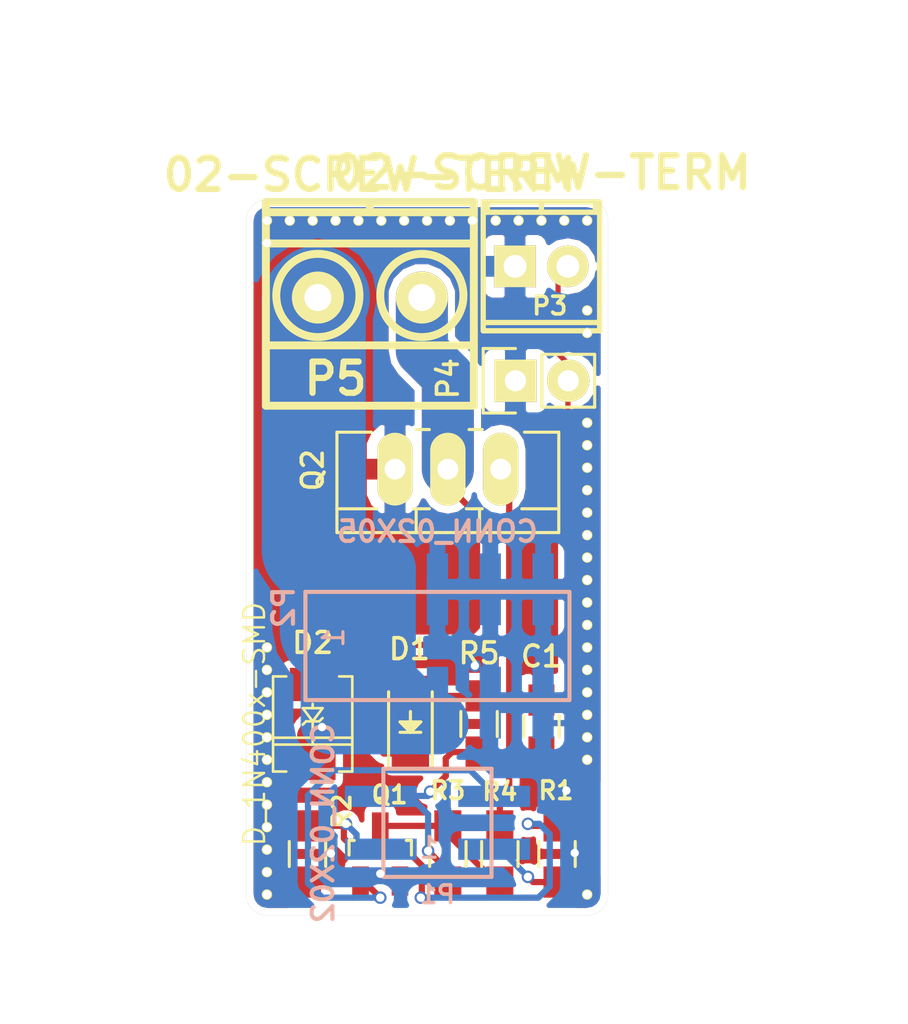
<source format=kicad_pcb>
(kicad_pcb (version 4) (host pcbnew 4.0.2-stable)

  (general
    (links 79)
    (no_connects 0)
    (area 140.794999 97.794999 158.205001 132.205001)
    (thickness 1.6)
    (drawings 14)
    (tracks 158)
    (zones 0)
    (modules 62)
    (nets 11)
  )

  (page A4)
  (title_block
    (title "ReST32 Hearer Module")
    (date 2016-02-27)
    (rev "Rev. A")
    (company "Matthias Nowak")
  )

  (layers
    (0 F.Cu signal)
    (31 B.Cu signal)
    (32 B.Adhes user)
    (33 F.Adhes user)
    (34 B.Paste user)
    (35 F.Paste user)
    (36 B.SilkS user)
    (37 F.SilkS user)
    (38 B.Mask user)
    (39 F.Mask user)
    (40 Dwgs.User user)
    (41 Cmts.User user)
    (42 Eco1.User user)
    (43 Eco2.User user)
    (44 Edge.Cuts user)
    (45 Margin user)
    (46 B.CrtYd user)
    (47 F.CrtYd user)
    (48 B.Fab user)
    (49 F.Fab user)
  )

  (setup
    (last_trace_width 0.3)
    (user_trace_width 0.2)
    (user_trace_width 0.3)
    (user_trace_width 0.5)
    (user_trace_width 1.5)
    (user_trace_width 2)
    (user_trace_width 2.5)
    (user_trace_width 3)
    (user_trace_width 5)
    (trace_clearance 0.2)
    (zone_clearance 0.35)
    (zone_45_only yes)
    (trace_min 0.2)
    (segment_width 0.05)
    (edge_width 0.01)
    (via_size 0.6)
    (via_drill 0.4)
    (via_min_size 0.4)
    (via_min_drill 0.3)
    (uvia_size 0.3)
    (uvia_drill 0.1)
    (uvias_allowed no)
    (uvia_min_size 0.2)
    (uvia_min_drill 0.1)
    (pcb_text_width 0.3)
    (pcb_text_size 1.5 1.5)
    (mod_edge_width 0.15)
    (mod_text_size 1 1)
    (mod_text_width 0.15)
    (pad_size 0.5 0.5)
    (pad_drill 0.4)
    (pad_to_mask_clearance 0)
    (aux_axis_origin 0 0)
    (visible_elements 7FFFFFFF)
    (pcbplotparams
      (layerselection 0x010f0_80000001)
      (usegerberextensions true)
      (excludeedgelayer true)
      (linewidth 0.100000)
      (plotframeref false)
      (viasonmask false)
      (mode 1)
      (useauxorigin false)
      (hpglpennumber 1)
      (hpglpenspeed 20)
      (hpglpendiameter 15)
      (hpglpenoverlay 2)
      (psnegative false)
      (psa4output false)
      (plotreference true)
      (plotvalue false)
      (plotinvisibletext false)
      (padsonsilk false)
      (subtractmaskfromsilk false)
      (outputformat 1)
      (mirror false)
      (drillshape 0)
      (scaleselection 1)
      (outputdirectory ../Gerber/Heater/))
  )

  (net 0 "")
  (net 1 /T1)
  (net 2 GND)
  (net 3 "Net-(D1-Pad2)")
  (net 4 "Net-(D1-Pad1)")
  (net 5 +12V)
  (net 6 /PWM-HEATER)
  (net 7 +3V3)
  (net 8 +5V)
  (net 9 "Net-(Q1-Pad3)")
  (net 10 "Net-(Q2-Pad1)")

  (net_class Default "This is the default net class."
    (clearance 0.2)
    (trace_width 0.25)
    (via_dia 0.6)
    (via_drill 0.4)
    (uvia_dia 0.3)
    (uvia_drill 0.1)
    (add_net +12V)
    (add_net +3V3)
    (add_net +5V)
    (add_net /PWM-HEATER)
    (add_net /T1)
    (add_net GND)
    (add_net "Net-(D1-Pad1)")
    (add_net "Net-(D1-Pad2)")
    (add_net "Net-(Q1-Pad3)")
    (add_net "Net-(Q2-Pad1)")
  )

  (module ReST-Library:1pin (layer F.Cu) (tedit 5736197C) (tstamp 573618F0)
    (at 157.2 124.72)
    (descr "module 1 pin (ou trou mecanique de percage)")
    (tags DEV)
    (zone_connect 2)
    (fp_text reference "" (at 0 -0.9) (layer F.SilkS)
      (effects (font (size 1 1) (thickness 0.15)))
    )
    (fp_text value "" (at 0 1.2) (layer F.Fab)
      (effects (font (size 1 1) (thickness 0.15)))
    )
    (pad GND thru_hole circle (at 0 0) (size 0.5 0.5) (drill 0.4) (layers *.Cu *.Mask F.SilkS)
      (net 2 GND) (zone_connect 2))
  )

  (module ReST-Library:1pin (layer F.Cu) (tedit 57361549) (tstamp 5736188E)
    (at 157.2 131.2)
    (descr "module 1 pin (ou trou mecanique de percage)")
    (tags DEV)
    (zone_connect 2)
    (fp_text reference "" (at 0 -0.9) (layer F.SilkS)
      (effects (font (size 1 1) (thickness 0.15)))
    )
    (fp_text value "" (at 0 1.2) (layer F.Fab)
      (effects (font (size 1 1) (thickness 0.15)))
    )
    (pad GND thru_hole circle (at 0 0) (size 0.5 0.5) (drill 0.4) (layers *.Cu *.Mask F.SilkS)
      (net 2 GND) (zone_connect 2))
  )

  (module ReST-Library:1pin (layer F.Cu) (tedit 57361558) (tstamp 57361839)
    (at 157.2 123.64)
    (descr "module 1 pin (ou trou mecanique de percage)")
    (tags DEV)
    (zone_connect 2)
    (fp_text reference "" (at 0 -0.9) (layer F.SilkS)
      (effects (font (size 1 1) (thickness 0.15)))
    )
    (fp_text value "" (at 0 1.2) (layer F.Fab)
      (effects (font (size 1 1) (thickness 0.15)))
    )
    (pad GND thru_hole circle (at 0 0) (size 0.5 0.5) (drill 0.4) (layers *.Cu *.Mask F.SilkS)
      (net 2 GND) (zone_connect 2))
  )

  (module ReST-Library:1pin (layer F.Cu) (tedit 57361977) (tstamp 57361835)
    (at 157.2 122.56)
    (descr "module 1 pin (ou trou mecanique de percage)")
    (tags DEV)
    (zone_connect 2)
    (fp_text reference "" (at 0 -0.9) (layer F.SilkS)
      (effects (font (size 1 1) (thickness 0.15)))
    )
    (fp_text value "" (at 0 1.2) (layer F.Fab)
      (effects (font (size 1 1) (thickness 0.15)))
    )
    (pad GND thru_hole circle (at 0 0) (size 0.5 0.5) (drill 0.4) (layers *.Cu *.Mask F.SilkS)
      (net 2 GND) (zone_connect 2))
  )

  (module ReST-Library:1pin (layer F.Cu) (tedit 5736197A) (tstamp 57361831)
    (at 157.2 121.48)
    (descr "module 1 pin (ou trou mecanique de percage)")
    (tags DEV)
    (zone_connect 2)
    (fp_text reference "" (at 0 -0.9) (layer F.SilkS)
      (effects (font (size 1 1) (thickness 0.15)))
    )
    (fp_text value "" (at 0 1.2) (layer F.Fab)
      (effects (font (size 1 1) (thickness 0.15)))
    )
    (pad GND thru_hole circle (at 0 0) (size 0.5 0.5) (drill 0.4) (layers *.Cu *.Mask F.SilkS)
      (net 2 GND) (zone_connect 2))
  )

  (module ReST-Library:1pin (layer F.Cu) (tedit 57361563) (tstamp 5736182D)
    (at 157.2 120.4)
    (descr "module 1 pin (ou trou mecanique de percage)")
    (tags DEV)
    (zone_connect 2)
    (fp_text reference "" (at 0 -0.9) (layer F.SilkS)
      (effects (font (size 1 1) (thickness 0.15)))
    )
    (fp_text value "" (at 0 1.2) (layer F.Fab)
      (effects (font (size 1 1) (thickness 0.15)))
    )
    (pad GND thru_hole circle (at 0 0) (size 0.5 0.5) (drill 0.4) (layers *.Cu *.Mask F.SilkS)
      (net 2 GND) (zone_connect 2))
  )

  (module ReST-Library:1pin (layer F.Cu) (tedit 57361565) (tstamp 57361829)
    (at 157.2 119.32)
    (descr "module 1 pin (ou trou mecanique de percage)")
    (tags DEV)
    (zone_connect 2)
    (fp_text reference "" (at 0 -0.9) (layer F.SilkS)
      (effects (font (size 1 1) (thickness 0.15)))
    )
    (fp_text value "" (at 0 1.2) (layer F.Fab)
      (effects (font (size 1 1) (thickness 0.15)))
    )
    (pad GND thru_hole circle (at 0 0) (size 0.5 0.5) (drill 0.4) (layers *.Cu *.Mask F.SilkS)
      (net 2 GND) (zone_connect 2))
  )

  (module ReST-Library:1pin (layer F.Cu) (tedit 57361567) (tstamp 57361825)
    (at 157.2 118.24)
    (descr "module 1 pin (ou trou mecanique de percage)")
    (tags DEV)
    (zone_connect 2)
    (fp_text reference "" (at 0 -0.9) (layer F.SilkS)
      (effects (font (size 1 1) (thickness 0.15)))
    )
    (fp_text value "" (at 0 1.2) (layer F.Fab)
      (effects (font (size 1 1) (thickness 0.15)))
    )
    (pad GND thru_hole circle (at 0 0) (size 0.5 0.5) (drill 0.4) (layers *.Cu *.Mask F.SilkS)
      (net 2 GND) (zone_connect 2))
  )

  (module ReST-Library:1pin (layer F.Cu) (tedit 57361570) (tstamp 57361821)
    (at 157.2 117.16)
    (descr "module 1 pin (ou trou mecanique de percage)")
    (tags DEV)
    (zone_connect 2)
    (fp_text reference "" (at 0 -0.9) (layer F.SilkS)
      (effects (font (size 1 1) (thickness 0.15)))
    )
    (fp_text value "" (at 0 1.2) (layer F.Fab)
      (effects (font (size 1 1) (thickness 0.15)))
    )
    (pad GND thru_hole circle (at 0 0) (size 0.5 0.5) (drill 0.4) (layers *.Cu *.Mask F.SilkS)
      (net 2 GND) (zone_connect 2))
  )

  (module ReST-Library:1pin (layer F.Cu) (tedit 5736156D) (tstamp 5736181D)
    (at 157.2 116.08)
    (descr "module 1 pin (ou trou mecanique de percage)")
    (tags DEV)
    (zone_connect 2)
    (fp_text reference "" (at 0 -0.9) (layer F.SilkS)
      (effects (font (size 1 1) (thickness 0.15)))
    )
    (fp_text value "" (at 0 1.2) (layer F.Fab)
      (effects (font (size 1 1) (thickness 0.15)))
    )
    (pad GND thru_hole circle (at 0 0) (size 0.5 0.5) (drill 0.4) (layers *.Cu *.Mask F.SilkS)
      (net 2 GND) (zone_connect 2))
  )

  (module ReST-Library:1pin (layer F.Cu) (tedit 57361572) (tstamp 57361819)
    (at 157.2 115)
    (descr "module 1 pin (ou trou mecanique de percage)")
    (tags DEV)
    (zone_connect 2)
    (fp_text reference "" (at 0 -0.9) (layer F.SilkS)
      (effects (font (size 1 1) (thickness 0.15)))
    )
    (fp_text value "" (at 0 1.2) (layer F.Fab)
      (effects (font (size 1 1) (thickness 0.15)))
    )
    (pad GND thru_hole circle (at 0 0) (size 0.5 0.5) (drill 0.4) (layers *.Cu *.Mask F.SilkS)
      (net 2 GND) (zone_connect 2))
  )

  (module ReST-Library:1pin (layer F.Cu) (tedit 57361575) (tstamp 57361815)
    (at 157.2 113.92)
    (descr "module 1 pin (ou trou mecanique de percage)")
    (tags DEV)
    (zone_connect 2)
    (fp_text reference "" (at 0 -0.9) (layer F.SilkS)
      (effects (font (size 1 1) (thickness 0.15)))
    )
    (fp_text value "" (at 0 1.2) (layer F.Fab)
      (effects (font (size 1 1) (thickness 0.15)))
    )
    (pad GND thru_hole circle (at 0 0) (size 0.5 0.5) (drill 0.4) (layers *.Cu *.Mask F.SilkS)
      (net 2 GND) (zone_connect 2))
  )

  (module ReST-Library:1pin (layer F.Cu) (tedit 57361980) (tstamp 57361811)
    (at 157.2 112.84)
    (descr "module 1 pin (ou trou mecanique de percage)")
    (tags DEV)
    (zone_connect 2)
    (fp_text reference "" (at 0 -0.9) (layer F.SilkS)
      (effects (font (size 1 1) (thickness 0.15)))
    )
    (fp_text value "" (at 0 1.2) (layer F.Fab)
      (effects (font (size 1 1) (thickness 0.15)))
    )
    (pad GND thru_hole circle (at 0 0) (size 0.5 0.5) (drill 0.4) (layers *.Cu *.Mask F.SilkS)
      (net 2 GND) (zone_connect 2))
  )

  (module ReST-Library:1pin (layer F.Cu) (tedit 57361579) (tstamp 5736180D)
    (at 157.2 111.76)
    (descr "module 1 pin (ou trou mecanique de percage)")
    (tags DEV)
    (zone_connect 2)
    (fp_text reference "" (at 0 -0.9) (layer F.SilkS)
      (effects (font (size 1 1) (thickness 0.15)))
    )
    (fp_text value "" (at 0 1.2) (layer F.Fab)
      (effects (font (size 1 1) (thickness 0.15)))
    )
    (pad GND thru_hole circle (at 0 0) (size 0.5 0.5) (drill 0.4) (layers *.Cu *.Mask F.SilkS)
      (net 2 GND) (zone_connect 2))
  )

  (module ReST-Library:1pin (layer F.Cu) (tedit 5736157B) (tstamp 57361809)
    (at 157.2 110.68)
    (descr "module 1 pin (ou trou mecanique de percage)")
    (tags DEV)
    (zone_connect 2)
    (fp_text reference "" (at 0 -0.9) (layer F.SilkS)
      (effects (font (size 1 1) (thickness 0.15)))
    )
    (fp_text value "" (at 0 1.2) (layer F.Fab)
      (effects (font (size 1 1) (thickness 0.15)))
    )
    (pad GND thru_hole circle (at 0 0) (size 0.5 0.5) (drill 0.4) (layers *.Cu *.Mask F.SilkS)
      (net 2 GND) (zone_connect 2))
  )

  (module ReST-Library:1pin (layer F.Cu) (tedit 5736157C) (tstamp 57361805)
    (at 157.2 109.6)
    (descr "module 1 pin (ou trou mecanique de percage)")
    (tags DEV)
    (zone_connect 2)
    (fp_text reference "" (at 0 -0.9) (layer F.SilkS)
      (effects (font (size 1 1) (thickness 0.15)))
    )
    (fp_text value "" (at 0 1.2) (layer F.Fab)
      (effects (font (size 1 1) (thickness 0.15)))
    )
    (pad GND thru_hole circle (at 0 0) (size 0.5 0.5) (drill 0.4) (layers *.Cu *.Mask F.SilkS)
      (net 2 GND) (zone_connect 2))
  )

  (module ReST-Library:1pin (layer F.Cu) (tedit 57361581) (tstamp 57361801)
    (at 157.2 108.52)
    (descr "module 1 pin (ou trou mecanique de percage)")
    (tags DEV)
    (zone_connect 2)
    (fp_text reference "" (at 0 -0.9) (layer F.SilkS)
      (effects (font (size 1 1) (thickness 0.15)))
    )
    (fp_text value "" (at 0 1.2) (layer F.Fab)
      (effects (font (size 1 1) (thickness 0.15)))
    )
    (pad GND thru_hole circle (at 0 0) (size 0.5 0.5) (drill 0.4) (layers *.Cu *.Mask F.SilkS)
      (net 2 GND) (zone_connect 2))
  )

  (module ReST-Library:1pin (layer F.Cu) (tedit 5736158A) (tstamp 573617F1)
    (at 157.2 104.2)
    (descr "module 1 pin (ou trou mecanique de percage)")
    (tags DEV)
    (zone_connect 2)
    (fp_text reference "" (at 0 -0.9) (layer F.SilkS)
      (effects (font (size 1 1) (thickness 0.15)))
    )
    (fp_text value "" (at 0 1.2) (layer F.Fab)
      (effects (font (size 1 1) (thickness 0.15)))
    )
    (pad GND thru_hole circle (at 0 0) (size 0.5 0.5) (drill 0.4) (layers *.Cu *.Mask F.SilkS)
      (net 2 GND) (zone_connect 2))
  )

  (module ReST-Library:1pin (layer F.Cu) (tedit 5736158D) (tstamp 573617ED)
    (at 157.2 103.12)
    (descr "module 1 pin (ou trou mecanique de percage)")
    (tags DEV)
    (zone_connect 2)
    (fp_text reference "" (at 0 -0.9) (layer F.SilkS)
      (effects (font (size 1 1) (thickness 0.15)))
    )
    (fp_text value "" (at 0 1.2) (layer F.Fab)
      (effects (font (size 1 1) (thickness 0.15)))
    )
    (pad GND thru_hole circle (at 0 0) (size 0.5 0.5) (drill 0.4) (layers *.Cu *.Mask F.SilkS)
      (net 2 GND) (zone_connect 2))
  )

  (module ReST-Library:1pin (layer F.Cu) (tedit 57361987) (tstamp 573617D8)
    (at 141.8 131.2)
    (descr "module 1 pin (ou trou mecanique de percage)")
    (tags DEV)
    (zone_connect 2)
    (fp_text reference "" (at 0 -0.9) (layer F.SilkS)
      (effects (font (size 1 1) (thickness 0.15)))
    )
    (fp_text value "" (at 0 1.2) (layer F.Fab)
      (effects (font (size 1 1) (thickness 0.15)))
    )
    (pad GND thru_hole circle (at 0 0) (size 0.5 0.5) (drill 0.4) (layers *.Cu *.Mask F.SilkS)
      (net 2 GND) (zone_connect 2))
  )

  (module ReST-Library:1pin (layer F.Cu) (tedit 573615A7) (tstamp 573617D4)
    (at 141.8 130.12)
    (descr "module 1 pin (ou trou mecanique de percage)")
    (tags DEV)
    (zone_connect 2)
    (fp_text reference "" (at 0 -0.9) (layer F.SilkS)
      (effects (font (size 1 1) (thickness 0.15)))
    )
    (fp_text value "" (at 0 1.2) (layer F.Fab)
      (effects (font (size 1 1) (thickness 0.15)))
    )
    (pad GND thru_hole circle (at 0 0) (size 0.5 0.5) (drill 0.4) (layers *.Cu *.Mask F.SilkS)
      (net 2 GND) (zone_connect 2))
  )

  (module ReST-Library:1pin (layer F.Cu) (tedit 57361985) (tstamp 573617D0)
    (at 141.8 129.04)
    (descr "module 1 pin (ou trou mecanique de percage)")
    (tags DEV)
    (zone_connect 2)
    (fp_text reference "" (at 0 -0.9) (layer F.SilkS)
      (effects (font (size 1 1) (thickness 0.15)))
    )
    (fp_text value "" (at 0 1.2) (layer F.Fab)
      (effects (font (size 1 1) (thickness 0.15)))
    )
    (pad GND thru_hole circle (at 0 0) (size 0.5 0.5) (drill 0.4) (layers *.Cu *.Mask F.SilkS)
      (net 2 GND) (zone_connect 2))
  )

  (module ReST-Library:1pin (layer F.Cu) (tedit 573615BD) (tstamp 573617CC)
    (at 141.8 127.96)
    (descr "module 1 pin (ou trou mecanique de percage)")
    (tags DEV)
    (zone_connect 2)
    (fp_text reference "" (at 0 -0.9) (layer F.SilkS)
      (effects (font (size 1 1) (thickness 0.15)))
    )
    (fp_text value "" (at 0 1.2) (layer F.Fab)
      (effects (font (size 1 1) (thickness 0.15)))
    )
    (pad GND thru_hole circle (at 0 0) (size 0.5 0.5) (drill 0.4) (layers *.Cu *.Mask F.SilkS)
      (net 2 GND) (zone_connect 2))
  )

  (module ReST-Library:1pin (layer F.Cu) (tedit 573615B1) (tstamp 573617C8)
    (at 141.8 126.88)
    (descr "module 1 pin (ou trou mecanique de percage)")
    (tags DEV)
    (zone_connect 2)
    (fp_text reference "" (at 0 -0.9) (layer F.SilkS)
      (effects (font (size 1 1) (thickness 0.15)))
    )
    (fp_text value "" (at 0 1.2) (layer F.Fab)
      (effects (font (size 1 1) (thickness 0.15)))
    )
    (pad GND thru_hole circle (at 0 0) (size 0.5 0.5) (drill 0.4) (layers *.Cu *.Mask F.SilkS)
      (net 2 GND) (zone_connect 2))
  )

  (module ReST-Library:1pin (layer F.Cu) (tedit 573615BF) (tstamp 573617C4)
    (at 141.8 125.8)
    (descr "module 1 pin (ou trou mecanique de percage)")
    (tags DEV)
    (zone_connect 2)
    (fp_text reference "" (at 0 -0.9) (layer F.SilkS)
      (effects (font (size 1 1) (thickness 0.15)))
    )
    (fp_text value "" (at 0 1.2) (layer F.Fab)
      (effects (font (size 1 1) (thickness 0.15)))
    )
    (pad GND thru_hole circle (at 0 0) (size 0.5 0.5) (drill 0.4) (layers *.Cu *.Mask F.SilkS)
      (net 2 GND) (zone_connect 2))
  )

  (module ReST-Library:1pin (layer F.Cu) (tedit 573615B6) (tstamp 573617C0)
    (at 141.8 124.72)
    (descr "module 1 pin (ou trou mecanique de percage)")
    (tags DEV)
    (zone_connect 2)
    (fp_text reference "" (at 0 -0.9) (layer F.SilkS)
      (effects (font (size 1 1) (thickness 0.15)))
    )
    (fp_text value "" (at 0 1.2) (layer F.Fab)
      (effects (font (size 1 1) (thickness 0.15)))
    )
    (pad GND thru_hole circle (at 0 0) (size 0.5 0.5) (drill 0.4) (layers *.Cu *.Mask F.SilkS)
      (net 2 GND) (zone_connect 2))
  )

  (module ReST-Library:1pin (layer F.Cu) (tedit 573615B9) (tstamp 573617BC)
    (at 141.8 123.64)
    (descr "module 1 pin (ou trou mecanique de percage)")
    (tags DEV)
    (zone_connect 2)
    (fp_text reference "" (at 0 -0.9) (layer F.SilkS)
      (effects (font (size 1 1) (thickness 0.15)))
    )
    (fp_text value "" (at 0 1.2) (layer F.Fab)
      (effects (font (size 1 1) (thickness 0.15)))
    )
    (pad GND thru_hole circle (at 0 0) (size 0.5 0.5) (drill 0.4) (layers *.Cu *.Mask F.SilkS)
      (net 2 GND) (zone_connect 2))
  )

  (module ReST-Library:1pin (layer F.Cu) (tedit 573615A0) (tstamp 573617B8)
    (at 141.8 122.56)
    (descr "module 1 pin (ou trou mecanique de percage)")
    (tags DEV)
    (zone_connect 2)
    (fp_text reference "" (at 0 -0.9) (layer F.SilkS)
      (effects (font (size 1 1) (thickness 0.15)))
    )
    (fp_text value "" (at 0 1.2) (layer F.Fab)
      (effects (font (size 1 1) (thickness 0.15)))
    )
    (pad GND thru_hole circle (at 0 0) (size 0.5 0.5) (drill 0.4) (layers *.Cu *.Mask F.SilkS)
      (net 2 GND) (zone_connect 2))
  )

  (module ReST-Library:1pin (layer F.Cu) (tedit 57361598) (tstamp 573617B4)
    (at 141.8 121.48)
    (descr "module 1 pin (ou trou mecanique de percage)")
    (tags DEV)
    (zone_connect 2)
    (fp_text reference "" (at 0 -0.9) (layer F.SilkS)
      (effects (font (size 1 1) (thickness 0.15)))
    )
    (fp_text value "" (at 0 1.2) (layer F.Fab)
      (effects (font (size 1 1) (thickness 0.15)))
    )
    (pad GND thru_hole circle (at 0 0) (size 0.5 0.5) (drill 0.4) (layers *.Cu *.Mask F.SilkS)
      (net 2 GND) (zone_connect 2))
  )

  (module ReST-Library:1pin (layer F.Cu) (tedit 57361595) (tstamp 573617B0)
    (at 141.8 120.4)
    (descr "module 1 pin (ou trou mecanique de percage)")
    (tags DEV)
    (zone_connect 2)
    (fp_text reference "" (at 0 -0.9) (layer F.SilkS)
      (effects (font (size 1 1) (thickness 0.15)))
    )
    (fp_text value "" (at 0 1.2) (layer F.Fab)
      (effects (font (size 1 1) (thickness 0.15)))
    )
    (pad GND thru_hole circle (at 0 0) (size 0.5 0.5) (drill 0.4) (layers *.Cu *.Mask F.SilkS)
      (net 2 GND) (zone_connect 2))
  )

  (module ReST-Library:1pin (layer F.Cu) (tedit 57361592) (tstamp 573617AC)
    (at 141.8 119.32)
    (descr "module 1 pin (ou trou mecanique de percage)")
    (tags DEV)
    (zone_connect 2)
    (fp_text reference "" (at 0 -0.9) (layer F.SilkS)
      (effects (font (size 1 1) (thickness 0.15)))
    )
    (fp_text value "" (at 0 1.2) (layer F.Fab)
      (effects (font (size 1 1) (thickness 0.15)))
    )
    (pad GND thru_hole circle (at 0 0) (size 0.5 0.5) (drill 0.4) (layers *.Cu *.Mask F.SilkS)
      (net 2 GND) (zone_connect 2))
  )

  (module ReST-Library:1pin (layer F.Cu) (tedit 573615E9) (tstamp 57361764)
    (at 141.8 99.88)
    (descr "module 1 pin (ou trou mecanique de percage)")
    (tags DEV)
    (zone_connect 2)
    (fp_text reference "" (at 0 -0.9) (layer F.SilkS)
      (effects (font (size 1 1) (thickness 0.15)))
    )
    (fp_text value "" (at 0 1.2) (layer F.Fab)
      (effects (font (size 1 1) (thickness 0.15)))
    )
    (pad GND thru_hole circle (at 0 0) (size 0.5 0.5) (drill 0.4) (layers *.Cu *.Mask F.SilkS)
      (net 2 GND) (zone_connect 2))
  )

  (module ReST-Library:1pin (layer F.Cu) (tedit 57361601) (tstamp 5736175C)
    (at 157.2 98.8)
    (descr "module 1 pin (ou trou mecanique de percage)")
    (tags DEV)
    (zone_connect 2)
    (fp_text reference "" (at 0 -0.9) (layer F.SilkS)
      (effects (font (size 1 1) (thickness 0.15)))
    )
    (fp_text value "" (at 0 1.2) (layer F.Fab)
      (effects (font (size 1 1) (thickness 0.15)))
    )
    (pad GND thru_hole circle (at 0 0) (size 0.5 0.5) (drill 0.4) (layers *.Cu *.Mask F.SilkS)
      (net 2 GND) (zone_connect 2))
  )

  (module ReST-Library:1pin (layer F.Cu) (tedit 57361605) (tstamp 57361758)
    (at 156.1 98.8)
    (descr "module 1 pin (ou trou mecanique de percage)")
    (tags DEV)
    (zone_connect 2)
    (fp_text reference "" (at 0 -0.9) (layer F.SilkS)
      (effects (font (size 1 1) (thickness 0.15)))
    )
    (fp_text value "" (at 0 1.2) (layer F.Fab)
      (effects (font (size 1 1) (thickness 0.15)))
    )
    (pad GND thru_hole circle (at 0 0) (size 0.5 0.5) (drill 0.4) (layers *.Cu *.Mask F.SilkS)
      (net 2 GND) (zone_connect 2))
  )

  (module ReST-Library:1pin (layer F.Cu) (tedit 573615F8) (tstamp 57361754)
    (at 155 98.8)
    (descr "module 1 pin (ou trou mecanique de percage)")
    (tags DEV)
    (zone_connect 2)
    (fp_text reference "" (at 0 -0.9) (layer F.SilkS)
      (effects (font (size 1 1) (thickness 0.15)))
    )
    (fp_text value "" (at 0 1.2) (layer F.Fab)
      (effects (font (size 1 1) (thickness 0.15)))
    )
    (pad GND thru_hole circle (at 0 0) (size 0.5 0.5) (drill 0.4) (layers *.Cu *.Mask F.SilkS)
      (net 2 GND) (zone_connect 2))
  )

  (module ReST-Library:1pin (layer F.Cu) (tedit 573615F9) (tstamp 57361750)
    (at 153.9 98.8)
    (descr "module 1 pin (ou trou mecanique de percage)")
    (tags DEV)
    (zone_connect 2)
    (fp_text reference "" (at 0 -0.9) (layer F.SilkS)
      (effects (font (size 1 1) (thickness 0.15)))
    )
    (fp_text value "" (at 0 1.2) (layer F.Fab)
      (effects (font (size 1 1) (thickness 0.15)))
    )
    (pad GND thru_hole circle (at 0 0) (size 0.5 0.5) (drill 0.4) (layers *.Cu *.Mask F.SilkS)
      (net 2 GND) (zone_connect 2))
  )

  (module ReST-Library:1pin (layer F.Cu) (tedit 573615FE) (tstamp 5736174C)
    (at 152.8 98.8)
    (descr "module 1 pin (ou trou mecanique de percage)")
    (tags DEV)
    (zone_connect 2)
    (fp_text reference "" (at 0 -0.9) (layer F.SilkS)
      (effects (font (size 1 1) (thickness 0.15)))
    )
    (fp_text value "" (at 0 1.2) (layer F.Fab)
      (effects (font (size 1 1) (thickness 0.15)))
    )
    (pad GND thru_hole circle (at 0 0) (size 0.5 0.5) (drill 0.4) (layers *.Cu *.Mask F.SilkS)
      (net 2 GND) (zone_connect 2))
  )

  (module ReST-Library:1pin (layer F.Cu) (tedit 573615DF) (tstamp 57361748)
    (at 151.7 98.8)
    (descr "module 1 pin (ou trou mecanique de percage)")
    (tags DEV)
    (zone_connect 2)
    (fp_text reference "" (at 0 -0.9) (layer F.SilkS)
      (effects (font (size 1 1) (thickness 0.15)))
    )
    (fp_text value "" (at 0 1.2) (layer F.Fab)
      (effects (font (size 1 1) (thickness 0.15)))
    )
    (pad GND thru_hole circle (at 0 0) (size 0.5 0.5) (drill 0.4) (layers *.Cu *.Mask F.SilkS)
      (net 2 GND) (zone_connect 2))
  )

  (module ReST-Library:1pin (layer F.Cu) (tedit 573615E1) (tstamp 57361744)
    (at 150.6 98.8)
    (descr "module 1 pin (ou trou mecanique de percage)")
    (tags DEV)
    (zone_connect 2)
    (fp_text reference "" (at 0 -0.9) (layer F.SilkS)
      (effects (font (size 1 1) (thickness 0.15)))
    )
    (fp_text value "" (at 0 1.2) (layer F.Fab)
      (effects (font (size 1 1) (thickness 0.15)))
    )
    (pad GND thru_hole circle (at 0 0) (size 0.5 0.5) (drill 0.4) (layers *.Cu *.Mask F.SilkS)
      (net 2 GND) (zone_connect 2))
  )

  (module ReST-Library:1pin (layer F.Cu) (tedit 573615DE) (tstamp 57361740)
    (at 149.5 98.8)
    (descr "module 1 pin (ou trou mecanique de percage)")
    (tags DEV)
    (zone_connect 2)
    (fp_text reference "" (at 0 -0.9) (layer F.SilkS)
      (effects (font (size 1 1) (thickness 0.15)))
    )
    (fp_text value "" (at 0 1.2) (layer F.Fab)
      (effects (font (size 1 1) (thickness 0.15)))
    )
    (pad GND thru_hole circle (at 0 0) (size 0.5 0.5) (drill 0.4) (layers *.Cu *.Mask F.SilkS)
      (net 2 GND) (zone_connect 2))
  )

  (module ReST-Library:1pin (layer F.Cu) (tedit 573615E3) (tstamp 5736173C)
    (at 148.4 98.8)
    (descr "module 1 pin (ou trou mecanique de percage)")
    (tags DEV)
    (zone_connect 2)
    (fp_text reference "" (at 0 -0.9) (layer F.SilkS)
      (effects (font (size 1 1) (thickness 0.15)))
    )
    (fp_text value "" (at 0 1.2) (layer F.Fab)
      (effects (font (size 1 1) (thickness 0.15)))
    )
    (pad GND thru_hole circle (at 0 0) (size 0.5 0.5) (drill 0.4) (layers *.Cu *.Mask F.SilkS)
      (net 2 GND) (zone_connect 2))
  )

  (module ReST-Library:1pin (layer F.Cu) (tedit 573615F2) (tstamp 57361738)
    (at 147.3 98.8)
    (descr "module 1 pin (ou trou mecanique de percage)")
    (tags DEV)
    (zone_connect 2)
    (fp_text reference "" (at 0 -0.9) (layer F.SilkS)
      (effects (font (size 1 1) (thickness 0.15)))
    )
    (fp_text value "" (at 0 1.2) (layer F.Fab)
      (effects (font (size 1 1) (thickness 0.15)))
    )
    (pad GND thru_hole circle (at 0 0) (size 0.5 0.5) (drill 0.4) (layers *.Cu *.Mask F.SilkS)
      (net 2 GND) (zone_connect 2))
  )

  (module ReST-Library:1pin (layer F.Cu) (tedit 573615F3) (tstamp 57361734)
    (at 146.2 98.8)
    (descr "module 1 pin (ou trou mecanique de percage)")
    (tags DEV)
    (zone_connect 2)
    (fp_text reference "" (at 0 -0.9) (layer F.SilkS)
      (effects (font (size 1 1) (thickness 0.15)))
    )
    (fp_text value "" (at 0 1.2) (layer F.Fab)
      (effects (font (size 1 1) (thickness 0.15)))
    )
    (pad GND thru_hole circle (at 0 0) (size 0.5 0.5) (drill 0.4) (layers *.Cu *.Mask F.SilkS)
      (net 2 GND) (zone_connect 2))
  )

  (module ReST-Library:1pin (layer F.Cu) (tedit 573615F5) (tstamp 57361730)
    (at 145.1 98.8)
    (descr "module 1 pin (ou trou mecanique de percage)")
    (tags DEV)
    (zone_connect 2)
    (fp_text reference "" (at 0 -0.9) (layer F.SilkS)
      (effects (font (size 1 1) (thickness 0.15)))
    )
    (fp_text value "" (at 0 1.2) (layer F.Fab)
      (effects (font (size 1 1) (thickness 0.15)))
    )
    (pad GND thru_hole circle (at 0 0) (size 0.5 0.5) (drill 0.4) (layers *.Cu *.Mask F.SilkS)
      (net 2 GND) (zone_connect 2))
  )

  (module ReST-Library:1pin (layer F.Cu) (tedit 573615EB) (tstamp 5736172C)
    (at 144 98.8)
    (descr "module 1 pin (ou trou mecanique de percage)")
    (tags DEV)
    (zone_connect 2)
    (fp_text reference "" (at 0 -0.9) (layer F.SilkS)
      (effects (font (size 1 1) (thickness 0.15)))
    )
    (fp_text value "" (at 0 1.2) (layer F.Fab)
      (effects (font (size 1 1) (thickness 0.15)))
    )
    (pad GND thru_hole circle (at 0 0) (size 0.5 0.5) (drill 0.4) (layers *.Cu *.Mask F.SilkS)
      (net 2 GND) (zone_connect 2))
  )

  (module ReST-Library:1pin (layer F.Cu) (tedit 573615ED) (tstamp 57361728)
    (at 142.9 98.8)
    (descr "module 1 pin (ou trou mecanique de percage)")
    (tags DEV)
    (zone_connect 2)
    (fp_text reference "" (at 0 -0.9) (layer F.SilkS)
      (effects (font (size 1 1) (thickness 0.15)))
    )
    (fp_text value "" (at 0 1.2) (layer F.Fab)
      (effects (font (size 1 1) (thickness 0.15)))
    )
    (pad GND thru_hole circle (at 0 0) (size 0.5 0.5) (drill 0.4) (layers *.Cu *.Mask F.SilkS)
      (net 2 GND) (zone_connect 2))
  )

  (module Capacitors_SMD:C_0805_HandSoldering (layer F.Cu) (tedit 5736195E) (tstamp 57118BEC)
    (at 155 123.1 90)
    (descr "Capacitor SMD 0805, hand soldering")
    (tags "capacitor 0805")
    (path /56A6AD2B)
    (attr smd)
    (fp_text reference C1 (at 3.35 0 180) (layer F.SilkS)
      (effects (font (size 1 1) (thickness 0.175)))
    )
    (fp_text value 10uF (at 0 2.1 90) (layer F.Fab)
      (effects (font (size 1 1) (thickness 0.15)))
    )
    (fp_line (start -2.3 -1) (end 2.3 -1) (layer F.CrtYd) (width 0.05))
    (fp_line (start -2.3 1) (end 2.3 1) (layer F.CrtYd) (width 0.05))
    (fp_line (start -2.3 -1) (end -2.3 1) (layer F.CrtYd) (width 0.05))
    (fp_line (start 2.3 -1) (end 2.3 1) (layer F.CrtYd) (width 0.05))
    (fp_line (start 0.5 -0.85) (end -0.5 -0.85) (layer F.SilkS) (width 0.15))
    (fp_line (start -0.5 0.85) (end 0.5 0.85) (layer F.SilkS) (width 0.15))
    (pad 1 smd rect (at -1.25 0 90) (size 1.5 1.25) (layers F.Cu F.Paste F.Mask)
      (net 1 /T1))
    (pad 2 smd rect (at 1.25 0 90) (size 1.5 1.25) (layers F.Cu F.Paste F.Mask)
      (net 2 GND))
    (model Capacitors_SMD.3dshapes/C_0805_HandSoldering.wrl
      (at (xyz 0 0 0))
      (scale (xyz 1 1 1))
      (rotate (xyz 0 0 0))
    )
  )

  (module LEDs:LED_1206 (layer F.Cu) (tedit 5736194E) (tstamp 57118C02)
    (at 148.7 122.9 90)
    (descr "LED 1206 smd package")
    (tags "LED1206 SMD")
    (path /56A70EAE)
    (attr smd)
    (fp_text reference D1 (at 3.5 -0.05 180) (layer F.SilkS)
      (effects (font (size 1 1) (thickness 0.175)))
    )
    (fp_text value LED (at 0 2 90) (layer F.Fab)
      (effects (font (size 1 1) (thickness 0.15)))
    )
    (fp_line (start -2.15 1.05) (end 1.45 1.05) (layer F.SilkS) (width 0.15))
    (fp_line (start -2.15 -1.05) (end 1.45 -1.05) (layer F.SilkS) (width 0.15))
    (fp_line (start -0.1 -0.3) (end -0.1 0.3) (layer F.SilkS) (width 0.15))
    (fp_line (start -0.1 0.3) (end -0.4 0) (layer F.SilkS) (width 0.15))
    (fp_line (start -0.4 0) (end -0.2 -0.2) (layer F.SilkS) (width 0.15))
    (fp_line (start -0.2 -0.2) (end -0.2 0.05) (layer F.SilkS) (width 0.15))
    (fp_line (start -0.2 0.05) (end -0.25 0) (layer F.SilkS) (width 0.15))
    (fp_line (start -0.5 -0.5) (end -0.5 0.5) (layer F.SilkS) (width 0.15))
    (fp_line (start 0 0) (end 0.5 0) (layer F.SilkS) (width 0.15))
    (fp_line (start -0.5 0) (end 0 -0.5) (layer F.SilkS) (width 0.15))
    (fp_line (start 0 -0.5) (end 0 0.5) (layer F.SilkS) (width 0.15))
    (fp_line (start 0 0.5) (end -0.5 0) (layer F.SilkS) (width 0.15))
    (fp_line (start 2.5 -1.25) (end -2.5 -1.25) (layer F.CrtYd) (width 0.05))
    (fp_line (start -2.5 -1.25) (end -2.5 1.25) (layer F.CrtYd) (width 0.05))
    (fp_line (start -2.5 1.25) (end 2.5 1.25) (layer F.CrtYd) (width 0.05))
    (fp_line (start 2.5 1.25) (end 2.5 -1.25) (layer F.CrtYd) (width 0.05))
    (pad 2 smd rect (at 1.41986 0 270) (size 1.59766 1.80086) (layers F.Cu F.Paste F.Mask)
      (net 3 "Net-(D1-Pad2)"))
    (pad 1 smd rect (at -1.41986 0 270) (size 1.59766 1.80086) (layers F.Cu F.Paste F.Mask)
      (net 4 "Net-(D1-Pad1)"))
    (model LEDs.3dshapes/LED_1206.wrl
      (at (xyz 0 0 0))
      (scale (xyz 1 1 1))
      (rotate (xyz 0 0 180))
    )
  )

  (module ReST-Library:DO-214AC.SMA (layer F.Cu) (tedit 57361956) (tstamp 57118C1A)
    (at 144 123 270)
    (descr "DO-214AC (SMA)  PACKAGE.")
    (tags "DO-214AC SMA")
    (path /56A6993A)
    (attr smd)
    (fp_text reference D2 (at -3.9 0 360) (layer F.SilkS)
      (effects (font (size 1.00076 1.00076) (thickness 0.175)))
    )
    (fp_text value D_1N400x-SMD (at 0 2.79908 270) (layer F.SilkS)
      (effects (font (size 1.00076 1.00076) (thickness 0.11938)))
    )
    (fp_line (start -0.762 0) (end -0.9652 0) (layer F.SilkS) (width 0.127))
    (fp_line (start -2.286 -1.905) (end 2.286 -1.905) (layer F.SilkS) (width 0.127))
    (fp_line (start 2.286 -1.905) (end 2.286 -1.27) (layer F.SilkS) (width 0.127))
    (fp_line (start 0.6604 1.905) (end 0.6604 -1.905) (layer F.SilkS) (width 0.127))
    (fp_line (start 0.9906 1.905) (end 0.9906 -1.905) (layer F.SilkS) (width 0.127))
    (fp_line (start -2.286 1.27) (end -2.286 1.905) (layer F.SilkS) (width 0.127))
    (fp_line (start -2.286 1.905) (end 2.286 1.905) (layer F.SilkS) (width 0.127))
    (fp_line (start 2.286 1.905) (end 2.286 1.27) (layer F.SilkS) (width 0.127))
    (fp_line (start -2.286 -1.27) (end -2.286 -1.905) (layer F.SilkS) (width 0.127))
    (fp_line (start -0.127 0) (end -0.762 -0.47498) (layer F.SilkS) (width 0.127))
    (fp_line (start -0.762 -0.47498) (end -0.762 0) (layer F.SilkS) (width 0.127))
    (fp_line (start -0.762 0) (end -0.762 0.47498) (layer F.SilkS) (width 0.127))
    (fp_line (start -0.762 0.47498) (end -0.127 0) (layer F.SilkS) (width 0.127))
    (fp_line (start -0.127 0) (end -0.127 -0.3175) (layer F.SilkS) (width 0.127))
    (fp_line (start -0.127 -0.3175) (end -0.28448 -0.47498) (layer F.SilkS) (width 0.127))
    (fp_line (start -0.127 0) (end -0.127 0.3175) (layer F.SilkS) (width 0.127))
    (fp_line (start -0.127 0.3175) (end 0.03048 0.47498) (layer F.SilkS) (width 0.127))
    (fp_line (start -0.127 0) (end 0.98298 0) (layer F.SilkS) (width 0.127))
    (pad 2 smd rect (at -1.89992 0 270) (size 1.6002 2.19964) (layers F.Cu F.Paste F.Mask)
      (net 4 "Net-(D1-Pad1)"))
    (pad 1 smd rect (at 1.89992 0 270) (size 1.6002 2.19964) (layers F.Cu F.Paste F.Mask)
      (net 5 +12V))
    (model smd/do214.wrl
      (at (xyz 0 0 0))
      (scale (xyz 0.95 0.95 0.95))
      (rotate (xyz 0 0 0))
    )
    (model ../../../../../../Users/Matjas/Documents/Git/RepRapSTM32duinoDriver/3D-Models/smd_diode/do214ac.wrl
      (at (xyz 0 0 0))
      (scale (xyz 1 1 1))
      (rotate (xyz 0 0 0))
    )
  )

  (module Pin_Headers:Pin_Header_Straight_1x02 (layer F.Cu) (tedit 57361A86) (tstamp 57118C60)
    (at 153.75 106.5 90)
    (descr "Through hole pin header")
    (tags "pin header")
    (path /56A6AD1A)
    (fp_text reference P4 (at 0.1 -3.25 90) (layer F.SilkS)
      (effects (font (size 1 1) (thickness 0.175)))
    )
    (fp_text value 01X02-MALE (at 0 -3.1 90) (layer F.Fab)
      (effects (font (size 1 1) (thickness 0.15)))
    )
    (fp_line (start 1.27 1.27) (end 1.27 3.81) (layer F.SilkS) (width 0.15))
    (fp_line (start 1.55 -1.55) (end 1.55 0) (layer F.SilkS) (width 0.15))
    (fp_line (start -1.75 -1.75) (end -1.75 4.3) (layer F.CrtYd) (width 0.05))
    (fp_line (start 1.75 -1.75) (end 1.75 4.3) (layer F.CrtYd) (width 0.05))
    (fp_line (start -1.75 -1.75) (end 1.75 -1.75) (layer F.CrtYd) (width 0.05))
    (fp_line (start -1.75 4.3) (end 1.75 4.3) (layer F.CrtYd) (width 0.05))
    (fp_line (start 1.27 1.27) (end -1.27 1.27) (layer F.SilkS) (width 0.15))
    (fp_line (start -1.55 0) (end -1.55 -1.55) (layer F.SilkS) (width 0.15))
    (fp_line (start -1.55 -1.55) (end 1.55 -1.55) (layer F.SilkS) (width 0.15))
    (fp_line (start -1.27 1.27) (end -1.27 3.81) (layer F.SilkS) (width 0.15))
    (fp_line (start -1.27 3.81) (end 1.27 3.81) (layer F.SilkS) (width 0.15))
    (pad 1 thru_hole rect (at 0 0 90) (size 2.032 2.032) (drill 1.016) (layers *.Cu *.Mask F.SilkS)
      (net 2 GND))
    (pad 2 thru_hole oval (at 0 2.54 90) (size 2.032 2.032) (drill 1.016) (layers *.Cu *.Mask F.SilkS)
      (net 1 /T1))
    (model Pin_Headers.3dshapes/Pin_Header_Straight_1x02.wrl
      (at (xyz 0 -0.05 0))
      (scale (xyz 1 1 1))
      (rotate (xyz 0 0 90))
    )
  )

  (module ReST-Library:screw-5-2P (layer F.Cu) (tedit 57361A39) (tstamp 57118C70)
    (at 146.75 102.5 180)
    (descr "2-way 5mm pitch terminal block, Phoenix MKDS series")
    (path /56A69217)
    (fp_text reference P5 (at 1.65 -3.9 180) (layer F.SilkS)
      (effects (font (size 1.5 1.5) (thickness 0.3)))
    )
    (fp_text value 02-SCREW-TERM (at 0 5.9 180) (layer F.SilkS)
      (effects (font (size 1.5 1.5) (thickness 0.3)))
    )
    (fp_line (start 0 4.1) (end 0 4.6) (layer F.SilkS) (width 0.381))
    (fp_circle (center 2.5 0.1) (end 0.5 0.1) (layer F.SilkS) (width 0.381))
    (fp_circle (center -2.5 0.1) (end -0.5 0.1) (layer F.SilkS) (width 0.381))
    (fp_line (start -5 2.6) (end 5 2.6) (layer F.SilkS) (width 0.381))
    (fp_line (start -5 -2.3) (end 5 -2.3) (layer F.SilkS) (width 0.381))
    (fp_line (start -5 4.1) (end 5 4.1) (layer F.SilkS) (width 0.381))
    (fp_line (start -5 4.6) (end 5 4.6) (layer F.SilkS) (width 0.381))
    (fp_line (start 5 4.6) (end 5 -5.2) (layer F.SilkS) (width 0.381))
    (fp_line (start 5 -5.2) (end -5 -5.2) (layer F.SilkS) (width 0.381))
    (fp_line (start -5 -5.2) (end -5 4.6) (layer F.SilkS) (width 0.381))
    (pad 1 thru_hole circle (at -2.5 0 180) (size 2.5 2.5) (drill 1.3) (layers *.Cu *.Mask F.SilkS)
      (net 4 "Net-(D1-Pad1)"))
    (pad 2 thru_hole circle (at 2.5 0 180) (size 2.5 2.5) (drill 1.3) (layers *.Cu *.Mask F.SilkS)
      (net 5 +12V))
    (model walter/conn_mkds/mkds_1,5-2.wrl
      (at (xyz 0 0 0))
      (scale (xyz 1 1 1))
      (rotate (xyz 0 0 0))
    )
    (model ../../../../../../Users/Matjas/Documents/Git/RepRapSTM32duinoDriver/3D-Models/conn_mkds/mkds_1,5-2.wrl
      (at (xyz 0 0 0))
      (scale (xyz 1 1 1))
      (rotate (xyz 0 0 0))
    )
  )

  (module ReST-Library:SOT-23 (layer F.Cu) (tedit 573619B2) (tstamp 57118C80)
    (at 147.25 129.25)
    (descr "SOT-23, Standard")
    (tags SOT-23)
    (path /56A698F8)
    (attr smd)
    (fp_text reference Q1 (at 0.45 -2.85 180) (layer F.SilkS)
      (effects (font (size 0.85 0.85) (thickness 0.175)))
    )
    (fp_text value Q_BSH105 (at 0 2.3) (layer F.Fab)
      (effects (font (size 1 1) (thickness 0.15)))
    )
    (fp_line (start -1.65 -1.6) (end 1.65 -1.6) (layer F.CrtYd) (width 0.05))
    (fp_line (start 1.65 -1.6) (end 1.65 1.6) (layer F.CrtYd) (width 0.05))
    (fp_line (start 1.65 1.6) (end -1.65 1.6) (layer F.CrtYd) (width 0.05))
    (fp_line (start -1.65 1.6) (end -1.65 -1.6) (layer F.CrtYd) (width 0.05))
    (fp_line (start 1.29916 -0.65024) (end 1.2509 -0.65024) (layer F.SilkS) (width 0.15))
    (fp_line (start -1.49982 0.0508) (end -1.49982 -0.65024) (layer F.SilkS) (width 0.15))
    (fp_line (start -1.49982 -0.65024) (end -1.2509 -0.65024) (layer F.SilkS) (width 0.15))
    (fp_line (start 1.29916 -0.65024) (end 1.49982 -0.65024) (layer F.SilkS) (width 0.15))
    (fp_line (start 1.49982 -0.65024) (end 1.49982 0.0508) (layer F.SilkS) (width 0.15))
    (pad 1 smd rect (at -0.95 1.3) (size 0.8001 1.4) (layers F.Cu F.Paste F.Mask)
      (net 6 /PWM-HEATER))
    (pad 2 smd rect (at 0.95 1.3) (size 0.8001 1.4) (layers F.Cu F.Paste F.Mask)
      (net 2 GND))
    (pad 3 smd rect (at 0 -1.3) (size 0.8001 1.4) (layers F.Cu F.Paste F.Mask)
      (net 9 "Net-(Q1-Pad3)"))
    (model TO_SOT_Packages_SMD.3dshapes/SOT-23.wrl
      (at (xyz 0 0 0))
      (scale (xyz 1 1 1))
      (rotate (xyz 0 0 0))
    )
  )

  (module TO_SOT_Packages_THT:TO-220_Neutral123_Vertical_LargePads (layer F.Cu) (tedit 57361971) (tstamp 57118C98)
    (at 150.5 110.75 180)
    (descr "TO-220, Neutral, Vertical, Large Pads,")
    (tags "TO-220, Neutral, Vertical, Large Pads,")
    (path /56A691AE)
    (fp_text reference Q2 (at 6.5 -0.05 270) (layer F.SilkS)
      (effects (font (size 1 1) (thickness 0.175)))
    )
    (fp_text value Q_AOT240L (at 0 3.81 180) (layer F.Fab)
      (effects (font (size 1 1) (thickness 0.15)))
    )
    (fp_line (start 5.334 -1.905) (end 3.429 -1.905) (layer F.SilkS) (width 0.15))
    (fp_line (start 0.889 -1.905) (end 1.651 -1.905) (layer F.SilkS) (width 0.15))
    (fp_line (start -1.524 -1.905) (end -1.651 -1.905) (layer F.SilkS) (width 0.15))
    (fp_line (start -1.524 -1.905) (end -0.889 -1.905) (layer F.SilkS) (width 0.15))
    (fp_line (start -5.334 -1.905) (end -3.556 -1.905) (layer F.SilkS) (width 0.15))
    (fp_line (start -5.334 1.778) (end -3.683 1.778) (layer F.SilkS) (width 0.15))
    (fp_line (start -1.016 1.905) (end -1.651 1.905) (layer F.SilkS) (width 0.15))
    (fp_line (start 1.524 1.905) (end 0.889 1.905) (layer F.SilkS) (width 0.15))
    (fp_line (start 5.334 1.778) (end 3.683 1.778) (layer F.SilkS) (width 0.15))
    (fp_line (start -1.524 -3.048) (end -1.524 -1.905) (layer F.SilkS) (width 0.15))
    (fp_line (start 1.524 -3.048) (end 1.524 -1.905) (layer F.SilkS) (width 0.15))
    (fp_line (start 5.334 -1.905) (end 5.334 1.778) (layer F.SilkS) (width 0.15))
    (fp_line (start -5.334 1.778) (end -5.334 -1.905) (layer F.SilkS) (width 0.15))
    (fp_line (start 5.334 -3.048) (end 5.334 -1.905) (layer F.SilkS) (width 0.15))
    (fp_line (start -5.334 -1.905) (end -5.334 -3.048) (layer F.SilkS) (width 0.15))
    (fp_line (start 0 -3.048) (end -5.334 -3.048) (layer F.SilkS) (width 0.15))
    (fp_line (start 0 -3.048) (end 5.334 -3.048) (layer F.SilkS) (width 0.15))
    (pad 2 thru_hole oval (at 0 0 270) (size 3.50012 1.69926) (drill 1.00076) (layers *.Cu *.Mask F.SilkS)
      (net 4 "Net-(D1-Pad1)"))
    (pad 1 thru_hole oval (at -2.54 0 270) (size 3.50012 1.69926) (drill 1.00076) (layers *.Cu *.Mask F.SilkS)
      (net 10 "Net-(Q2-Pad1)"))
    (pad 3 thru_hole oval (at 2.54 0 270) (size 3.50012 1.69926) (drill 1.00076) (layers *.Cu *.Mask F.SilkS)
      (net 2 GND))
    (model TO_SOT_Packages_THT.3dshapes/TO-220_Neutral123_Vertical_LargePads.wrl
      (at (xyz 0 0 0))
      (scale (xyz 0.3937 0.3937 0.3937))
      (rotate (xyz 0 0 0))
    )
  )

  (module Resistors_SMD:R_0805_HandSoldering (layer F.Cu) (tedit 573619F2) (tstamp 57118CA4)
    (at 155.75 129.25 90)
    (descr "Resistor SMD 0805, hand soldering")
    (tags "resistor 0805")
    (path /56A6B96F)
    (attr smd)
    (fp_text reference R1 (at 3.05 -0.05 180) (layer F.SilkS)
      (effects (font (size 0.85 0.85) (thickness 0.175)))
    )
    (fp_text value 4.7K (at 0 2.1 90) (layer F.Fab)
      (effects (font (size 1 1) (thickness 0.15)))
    )
    (fp_line (start -2.4 -1) (end 2.4 -1) (layer F.CrtYd) (width 0.05))
    (fp_line (start -2.4 1) (end 2.4 1) (layer F.CrtYd) (width 0.05))
    (fp_line (start -2.4 -1) (end -2.4 1) (layer F.CrtYd) (width 0.05))
    (fp_line (start 2.4 -1) (end 2.4 1) (layer F.CrtYd) (width 0.05))
    (fp_line (start 0.6 0.875) (end -0.6 0.875) (layer F.SilkS) (width 0.15))
    (fp_line (start -0.6 -0.875) (end 0.6 -0.875) (layer F.SilkS) (width 0.15))
    (pad 1 smd rect (at -1.35 0 90) (size 1.5 1.3) (layers F.Cu F.Paste F.Mask)
      (net 1 /T1))
    (pad 2 smd rect (at 1.35 0 90) (size 1.5 1.3) (layers F.Cu F.Paste F.Mask)
      (net 7 +3V3))
    (model Resistors_SMD.3dshapes/R_0805_HandSoldering.wrl
      (at (xyz 0 0 0))
      (scale (xyz 1 1 1))
      (rotate (xyz 0 0 0))
    )
  )

  (module Resistors_SMD:R_0805_HandSoldering (layer F.Cu) (tedit 573619BB) (tstamp 57118CB0)
    (at 143.75 129.25 90)
    (descr "Resistor SMD 0805, hand soldering")
    (tags "resistor 0805")
    (path /56A6DCE2)
    (attr smd)
    (fp_text reference R2 (at 2.05 1.65 90) (layer F.SilkS)
      (effects (font (size 0.85 0.85) (thickness 0.175)))
    )
    (fp_text value 100K (at 0 2.1 90) (layer F.Fab)
      (effects (font (size 1 1) (thickness 0.15)))
    )
    (fp_line (start -2.4 -1) (end 2.4 -1) (layer F.CrtYd) (width 0.05))
    (fp_line (start -2.4 1) (end 2.4 1) (layer F.CrtYd) (width 0.05))
    (fp_line (start -2.4 -1) (end -2.4 1) (layer F.CrtYd) (width 0.05))
    (fp_line (start 2.4 -1) (end 2.4 1) (layer F.CrtYd) (width 0.05))
    (fp_line (start 0.6 0.875) (end -0.6 0.875) (layer F.SilkS) (width 0.15))
    (fp_line (start -0.6 -0.875) (end 0.6 -0.875) (layer F.SilkS) (width 0.15))
    (pad 1 smd rect (at -1.35 0 90) (size 1.5 1.3) (layers F.Cu F.Paste F.Mask)
      (net 6 /PWM-HEATER))
    (pad 2 smd rect (at 1.35 0 90) (size 1.5 1.3) (layers F.Cu F.Paste F.Mask)
      (net 7 +3V3))
    (model Resistors_SMD.3dshapes/R_0805_HandSoldering.wrl
      (at (xyz 0 0 0))
      (scale (xyz 1 1 1))
      (rotate (xyz 0 0 0))
    )
  )

  (module Resistors_SMD:R_0805_HandSoldering (layer F.Cu) (tedit 573619DD) (tstamp 57118CBC)
    (at 150.5 129.25 270)
    (descr "Resistor SMD 0805, hand soldering")
    (tags "resistor 0805")
    (path /56A6DFC2)
    (attr smd)
    (fp_text reference R3 (at -3.05 0 360) (layer F.SilkS)
      (effects (font (size 0.85 0.85) (thickness 0.175)))
    )
    (fp_text value 100K (at 0 2.1 270) (layer F.Fab)
      (effects (font (size 1 1) (thickness 0.15)))
    )
    (fp_line (start -2.4 -1) (end 2.4 -1) (layer F.CrtYd) (width 0.05))
    (fp_line (start -2.4 1) (end 2.4 1) (layer F.CrtYd) (width 0.05))
    (fp_line (start -2.4 -1) (end -2.4 1) (layer F.CrtYd) (width 0.05))
    (fp_line (start 2.4 -1) (end 2.4 1) (layer F.CrtYd) (width 0.05))
    (fp_line (start 0.6 0.875) (end -0.6 0.875) (layer F.SilkS) (width 0.15))
    (fp_line (start -0.6 -0.875) (end 0.6 -0.875) (layer F.SilkS) (width 0.15))
    (pad 1 smd rect (at -1.35 0 270) (size 1.5 1.3) (layers F.Cu F.Paste F.Mask)
      (net 9 "Net-(Q1-Pad3)"))
    (pad 2 smd rect (at 1.35 0 270) (size 1.5 1.3) (layers F.Cu F.Paste F.Mask)
      (net 8 +5V))
    (model Resistors_SMD.3dshapes/R_0805_HandSoldering.wrl
      (at (xyz 0 0 0))
      (scale (xyz 1 1 1))
      (rotate (xyz 0 0 0))
    )
  )

  (module Resistors_SMD:R_0805_HandSoldering (layer F.Cu) (tedit 573619DF) (tstamp 57118CC8)
    (at 153 129.25 90)
    (descr "Resistor SMD 0805, hand soldering")
    (tags "resistor 0805")
    (path /56A69987)
    (attr smd)
    (fp_text reference R4 (at 3 0 180) (layer F.SilkS)
      (effects (font (size 0.85 0.85) (thickness 0.175)))
    )
    (fp_text value 22R (at 0 2.1 90) (layer F.Fab)
      (effects (font (size 1 1) (thickness 0.15)))
    )
    (fp_line (start -2.4 -1) (end 2.4 -1) (layer F.CrtYd) (width 0.05))
    (fp_line (start -2.4 1) (end 2.4 1) (layer F.CrtYd) (width 0.05))
    (fp_line (start -2.4 -1) (end -2.4 1) (layer F.CrtYd) (width 0.05))
    (fp_line (start 2.4 -1) (end 2.4 1) (layer F.CrtYd) (width 0.05))
    (fp_line (start 0.6 0.875) (end -0.6 0.875) (layer F.SilkS) (width 0.15))
    (fp_line (start -0.6 -0.875) (end 0.6 -0.875) (layer F.SilkS) (width 0.15))
    (pad 1 smd rect (at -1.35 0 90) (size 1.5 1.3) (layers F.Cu F.Paste F.Mask)
      (net 9 "Net-(Q1-Pad3)"))
    (pad 2 smd rect (at 1.35 0 90) (size 1.5 1.3) (layers F.Cu F.Paste F.Mask)
      (net 10 "Net-(Q2-Pad1)"))
    (model Resistors_SMD.3dshapes/R_0805_HandSoldering.wrl
      (at (xyz 0 0 0))
      (scale (xyz 1 1 1))
      (rotate (xyz 0 0 0))
    )
  )

  (module Resistors_SMD:R_0805_HandSoldering (layer F.Cu) (tedit 57361963) (tstamp 57118CD4)
    (at 152 123 270)
    (descr "Resistor SMD 0805, hand soldering")
    (tags "resistor 0805")
    (path /56A70E1D)
    (attr smd)
    (fp_text reference R5 (at -3.4 0 360) (layer F.SilkS)
      (effects (font (size 1 1) (thickness 0.175)))
    )
    (fp_text value 1K (at 0 2.1 270) (layer F.Fab)
      (effects (font (size 1 1) (thickness 0.15)))
    )
    (fp_line (start -2.4 -1) (end 2.4 -1) (layer F.CrtYd) (width 0.05))
    (fp_line (start -2.4 1) (end 2.4 1) (layer F.CrtYd) (width 0.05))
    (fp_line (start -2.4 -1) (end -2.4 1) (layer F.CrtYd) (width 0.05))
    (fp_line (start 2.4 -1) (end 2.4 1) (layer F.CrtYd) (width 0.05))
    (fp_line (start 0.6 0.875) (end -0.6 0.875) (layer F.SilkS) (width 0.15))
    (fp_line (start -0.6 -0.875) (end 0.6 -0.875) (layer F.SilkS) (width 0.15))
    (pad 1 smd rect (at -1.35 0 270) (size 1.5 1.3) (layers F.Cu F.Paste F.Mask)
      (net 3 "Net-(D1-Pad2)"))
    (pad 2 smd rect (at 1.35 0 270) (size 1.5 1.3) (layers F.Cu F.Paste F.Mask)
      (net 8 +5V))
    (model Resistors_SMD.3dshapes/R_0805_HandSoldering.wrl
      (at (xyz 0 0 0))
      (scale (xyz 1 1 1))
      (rotate (xyz 0 0 0))
    )
  )

  (module ReST-Library:1pin (layer F.Cu) (tedit 573615EF) (tstamp 573612AC)
    (at 141.8 98.8)
    (descr "module 1 pin (ou trou mecanique de percage)")
    (tags DEV)
    (zone_connect 2)
    (fp_text reference "" (at 0 -0.9) (layer F.SilkS)
      (effects (font (size 1 1) (thickness 0.15)))
    )
    (fp_text value "" (at 0 1.2) (layer F.Fab)
      (effects (font (size 1 1) (thickness 0.15)))
    )
    (pad GND thru_hole circle (at 0 0) (size 0.5 0.5) (drill 0.4) (layers *.Cu *.Mask F.SilkS)
      (net 2 GND) (zone_connect 2))
  )

  (module ReST-Library:bb02-hp04 (layer B.Cu) (tedit 573618F4) (tstamp 57361C8A)
    (at 150 127.75 90)
    (descr "Smd dual-row strip connector, 2x2 pin, 2.54mm pitch")
    (path /57119777)
    (fp_text reference P1 (at -3.45 0 180) (layer B.SilkS)
      (effects (font (size 0.85 0.85) (thickness 0.175)) (justify mirror))
    )
    (fp_text value CONN_02X02 (at 0 -5.5 90) (layer B.SilkS)
      (effects (font (size 0.99568 0.99568) (thickness 0.19558)) (justify mirror))
    )
    (fp_text user 1 (at -1.2 -0.4 360) (layer B.SilkS)
      (effects (font (size 1 1) (thickness 0.15)) (justify mirror))
    )
    (fp_line (start -2.6 2.6) (end 2.6 2.6) (layer B.SilkS) (width 0.19812))
    (fp_line (start 2.6 2.6) (end 2.6 -2.6) (layer B.SilkS) (width 0.19812))
    (fp_line (start 2.6 -2.6) (end -2.6 -2.6) (layer B.SilkS) (width 0.19812))
    (fp_line (start -2.6 -2.6) (end -2.6 2.6) (layer B.SilkS) (width 0.19812))
    (pad 1 smd rect (at -1.27 -2.725 90) (size 1.02 3.45) (layers B.Cu B.Paste B.Mask)
      (net 7 +3V3))
    (pad 2 smd rect (at -1.27 2.725 90) (size 1.02 3.45) (layers B.Cu B.Paste B.Mask)
      (net 1 /T1))
    (pad 3 smd rect (at 1.27 -2.725 90) (size 1.02 3.45) (layers B.Cu B.Paste B.Mask)
      (net 8 +5V))
    (pad 4 smd rect (at 1.27 2.725 90) (size 1.02 3.45) (layers B.Cu B.Paste B.Mask)
      (net 6 /PWM-HEATER))
    (model walter/smd_strip/BB02-HP04.wrl
      (at (xyz 0 0 0))
      (scale (xyz 1 1 1))
      (rotate (xyz 0 0 0))
    )
  )

  (module ReST-Library:bb02-hp10 (layer B.Cu) (tedit 573618DD) (tstamp 57361C96)
    (at 150 119.25)
    (descr "Smd dual-row strip connector, 5x2 pin, 2.54mm pitch")
    (path /5711C356)
    (fp_text reference P2 (at -7.4 -1.85 90) (layer B.SilkS)
      (effects (font (size 0.99822 0.99822) (thickness 0.19812)) (justify mirror))
    )
    (fp_text value CONN_02X05 (at 0 -5.5) (layer B.SilkS)
      (effects (font (size 0.99568 0.99568) (thickness 0.19558)) (justify mirror))
    )
    (fp_text user 1 (at -5 -0.4 270) (layer B.SilkS)
      (effects (font (size 1 1) (thickness 0.15)) (justify mirror))
    )
    (fp_line (start 6.35 -2.6) (end -6.35 -2.6) (layer B.SilkS) (width 0.19812))
    (fp_line (start -6.35 2.6) (end 6.35 2.6) (layer B.SilkS) (width 0.19812))
    (fp_line (start 6.35 -2.6) (end 6.35 2.6) (layer B.SilkS) (width 0.19812))
    (fp_line (start -6.35 2.6) (end -6.35 -2.6) (layer B.SilkS) (width 0.19812))
    (pad 8 smd rect (at 2.54 2.725) (size 1.02 3.45) (layers B.Cu B.Paste B.Mask)
      (net 2 GND))
    (pad 7 smd rect (at 2.54 -2.725) (size 1.02 3.45) (layers B.Cu B.Paste B.Mask)
      (net 2 GND))
    (pad 6 smd rect (at 0 2.725) (size 1.02 3.45) (layers B.Cu B.Paste B.Mask)
      (net 5 +12V))
    (pad 5 smd rect (at 0 -2.725) (size 1.02 3.45) (layers B.Cu B.Paste B.Mask)
      (net 2 GND))
    (pad 1 smd rect (at -5.08 -2.725) (size 1.02 3.45) (layers B.Cu B.Paste B.Mask)
      (net 5 +12V))
    (pad 2 smd rect (at -5.08 2.725) (size 1.02 3.45) (layers B.Cu B.Paste B.Mask)
      (net 5 +12V))
    (pad 3 smd rect (at -2.54 -2.725) (size 1.02 3.45) (layers B.Cu B.Paste B.Mask)
      (net 5 +12V))
    (pad 4 smd rect (at -2.54 2.725) (size 1.02 3.45) (layers B.Cu B.Paste B.Mask)
      (net 5 +12V))
    (pad 10 smd rect (at 5.08 2.725) (size 1.02 3.45) (layers B.Cu B.Paste B.Mask)
      (net 2 GND))
    (pad 9 smd rect (at 5.08 -2.725) (size 1.02 3.45) (layers B.Cu B.Paste B.Mask)
      (net 2 GND))
    (model walter/smd_strip/BB02-HP10.wrl
      (at (xyz 0 0 0))
      (scale (xyz 1 1 1))
      (rotate (xyz 0 0 0))
    )
  )

  (module ReST-Library:screw-2.54-2P (layer F.Cu) (tedit 57361AA0) (tstamp 57361D1A)
    (at 155 101 180)
    (descr "2-way 2.54mm pitch terminal block, Phoenix MPT series")
    (path /56A6ACF0)
    (fp_text reference P3 (at -0.4 -1.9 180) (layer F.SilkS)
      (effects (font (size 0.85 0.85) (thickness 0.175)))
    )
    (fp_text value 02-SCREW-TERM (at 0 4.50088 180) (layer F.SilkS)
      (effects (font (thickness 0.3048)))
    )
    (fp_line (start 2.79908 2.60096) (end -2.79908 2.60096) (layer F.SilkS) (width 0.254))
    (fp_line (start -2.60096 3.0988) (end -2.60096 2.60096) (layer F.SilkS) (width 0.254))
    (fp_line (start 2.60096 2.60096) (end 2.60096 3.0988) (layer F.SilkS) (width 0.254))
    (fp_line (start 0 3.0988) (end 0 2.60096) (layer F.SilkS) (width 0.254))
    (fp_line (start -2.79908 -2.70002) (end 2.79908 -2.70002) (layer F.SilkS) (width 0.254))
    (fp_line (start -2.79908 3.0988) (end 2.79908 3.0988) (layer F.SilkS) (width 0.254))
    (fp_line (start 2.79908 3.0988) (end 2.79908 -3.0988) (layer F.SilkS) (width 0.254))
    (fp_line (start 2.79908 -3.0988) (end -2.79908 -3.0988) (layer F.SilkS) (width 0.254))
    (fp_line (start -2.79908 -3.0988) (end -2.79908 3.0988) (layer F.SilkS) (width 0.254))
    (pad 2 thru_hole oval (at -1.27 0 180) (size 1.99898 1.99898) (drill 1.09728) (layers *.Cu *.Mask F.SilkS)
      (net 1 /T1))
    (pad 1 thru_hole rect (at 1.27 0 180) (size 1.99898 1.99898) (drill 1.09728) (layers *.Cu *.Mask F.SilkS)
      (net 2 GND))
    (model walter/conn_mpt/mpt_0,5-2-2,54.wrl
      (at (xyz 0 0 0))
      (scale (xyz 1 1 1))
      (rotate (xyz 0 0 0))
    )
    (model ../../../../../../Users/Matjas/Documents/Git/RepRapSTM32duinoDriver/3D-Models/conn_mpt/mpt_0,5-2-2,54.wrl
      (at (xyz 0 0 0))
      (scale (xyz 1 1 1))
      (rotate (xyz 0 0 0))
    )
  )

  (dimension 11.68 (width 0.3) (layer Eco1.User)
    (gr_text "11,680 mm" (at 135.25 126.36 270) (layer Eco1.User)
      (effects (font (size 1.5 1.5) (thickness 0.3)))
    )
    (feature1 (pts (xy 140.8 132.2) (xy 133.9 132.2)))
    (feature2 (pts (xy 140.8 120.52) (xy 133.9 120.52)))
    (crossbar (pts (xy 136.6 120.52) (xy 136.6 132.2)))
    (arrow1a (pts (xy 136.6 132.2) (xy 136.013579 131.073496)))
    (arrow1b (pts (xy 136.6 132.2) (xy 137.186421 131.073496)))
    (arrow2a (pts (xy 136.6 120.52) (xy 136.013579 121.646504)))
    (arrow2b (pts (xy 136.6 120.52) (xy 137.186421 121.646504)))
  )
  (dimension 4.12 (width 0.3) (layer Eco1.User)
    (gr_text "4,120 mm" (at 142.86 124.76) (layer Eco1.User)
      (effects (font (size 1.5 1.5) (thickness 0.3)))
    )
    (feature1 (pts (xy 140.8 120.25) (xy 140.8 126.11)))
    (feature2 (pts (xy 144.92 120.25) (xy 144.92 126.11)))
    (crossbar (pts (xy 144.92 123.41) (xy 140.8 123.41)))
    (arrow1a (pts (xy 140.8 123.41) (xy 141.926504 122.823579)))
    (arrow1b (pts (xy 140.8 123.41) (xy 141.926504 123.996421)))
    (arrow2a (pts (xy 144.92 123.41) (xy 143.793496 122.823579)))
    (arrow2b (pts (xy 144.92 123.41) (xy 143.793496 123.996421)))
  )
  (dimension 7.93 (width 0.3) (layer Eco1.User)
    (gr_text "7,930 mm" (at 144.765 138.05) (layer Eco1.User)
      (effects (font (size 1.5 1.5) (thickness 0.3)))
    )
    (feature1 (pts (xy 140.8 132.2) (xy 140.8 139.4)))
    (feature2 (pts (xy 148.73 132.2) (xy 148.73 139.4)))
    (crossbar (pts (xy 148.73 136.7) (xy 140.8 136.7)))
    (arrow1a (pts (xy 140.8 136.7) (xy 141.926504 136.113579)))
    (arrow1b (pts (xy 140.8 136.7) (xy 141.926504 137.286421)))
    (arrow2a (pts (xy 148.73 136.7) (xy 147.603496 136.113579)))
    (arrow2b (pts (xy 148.73 136.7) (xy 147.603496 137.286421)))
  )
  (dimension 3.18 (width 0.3) (layer Eco1.User)
    (gr_text "3,180 mm" (at 169.95 130.61 270) (layer Eco1.User) (tstamp 573622E5)
      (effects (font (size 1.5 1.5) (thickness 0.3)))
    )
    (feature1 (pts (xy 158.2 132.2) (xy 171.3 132.2)))
    (feature2 (pts (xy 158.2 129.02) (xy 171.3 129.02)))
    (crossbar (pts (xy 168.6 129.02) (xy 168.6 132.2)))
    (arrow1a (pts (xy 168.6 132.2) (xy 168.013579 131.073496)))
    (arrow1b (pts (xy 168.6 132.2) (xy 169.186421 131.073496)))
    (arrow2a (pts (xy 168.6 129.02) (xy 168.013579 130.146504)))
    (arrow2b (pts (xy 168.6 129.02) (xy 169.186421 130.146504)))
  )
  (gr_line (start 140.8 98.8) (end 140.8 131.2) (angle 90) (layer Edge.Cuts) (width 0.01))
  (gr_line (start 157.2 97.8) (end 141.8 97.8) (angle 90) (layer Edge.Cuts) (width 0.01))
  (gr_line (start 158.2 131.2) (end 158.2 98.8) (angle 90) (layer Edge.Cuts) (width 0.01))
  (gr_line (start 141.8 132.2) (end 157.2 132.2) (angle 90) (layer Edge.Cuts) (width 0.01))
  (gr_arc (start 141.8 131.2) (end 141.8 132.2) (angle 90) (layer Edge.Cuts) (width 0.01))
  (gr_arc (start 157.2 131.2) (end 158.2 131.2) (angle 90) (layer Edge.Cuts) (width 0.01))
  (gr_arc (start 157.2 98.8) (end 157.2 97.8) (angle 90) (layer Edge.Cuts) (width 0.01))
  (gr_arc (start 141.8 98.8) (end 140.8 98.8) (angle 90) (layer Edge.Cuts) (width 0.01))
  (dimension 34.4 (width 0.3) (layer Eco1.User)
    (gr_text "34,400 mm" (at 166.7775 115.0375 270) (layer Eco1.User) (tstamp 5713AE73)
      (effects (font (size 1.5 1.5) (thickness 0.3)))
    )
    (feature1 (pts (xy 158.2 132.2) (xy 166.5 132.2)))
    (feature2 (pts (xy 158.2 97.8) (xy 166.5 97.8)))
    (crossbar (pts (xy 163.8 97.8) (xy 163.8 132.2)))
    (arrow1a (pts (xy 163.8 132.2) (xy 163.213579 131.073496)))
    (arrow1b (pts (xy 163.8 132.2) (xy 164.386421 131.073496)))
    (arrow2a (pts (xy 163.8 97.8) (xy 163.213579 98.926504)))
    (arrow2b (pts (xy 163.8 97.8) (xy 164.386421 98.926504)))
  )
  (dimension 17.4 (width 0.3) (layer Eco1.User)
    (gr_text "17,400 mm" (at 149.5 90.05) (layer Eco1.User)
      (effects (font (size 1.5 1.5) (thickness 0.3)))
    )
    (feature1 (pts (xy 158.2 97.8) (xy 158.2 88.7)))
    (feature2 (pts (xy 140.8 97.8) (xy 140.8 88.7)))
    (crossbar (pts (xy 140.8 91.4) (xy 158.2 91.4)))
    (arrow1a (pts (xy 158.2 91.4) (xy 157.073496 91.986421)))
    (arrow1b (pts (xy 158.2 91.4) (xy 157.073496 90.813579)))
    (arrow2a (pts (xy 140.8 91.4) (xy 141.926504 91.986421)))
    (arrow2b (pts (xy 140.8 91.4) (xy 141.926504 90.813579)))
  )

  (segment (start 152.725 129.02) (end 153.02 129.02) (width 0.3) (layer B.Cu) (net 1))
  (segment (start 153.02 129.02) (end 153.9395 129.9395) (width 0.3) (layer B.Cu) (net 1) (tstamp 57361E86))
  (segment (start 154.6 130.6) (end 154.35 130.35) (width 0.3) (layer F.Cu) (net 1))
  (segment (start 154.6 130.6) (end 155.75 130.6) (width 0.3) (layer F.Cu) (net 1))
  (segment (start 154.35 130.35) (end 153.9395 129.9395) (width 0.3) (layer B.Cu) (net 1) (tstamp 57361E7F))
  (via (at 154.35 130.35) (size 0.6) (drill 0.4) (layers F.Cu B.Cu) (net 1))
  (segment (start 156.29 106.5) (end 156.29 105.69) (width 0.25) (layer F.Cu) (net 1))
  (segment (start 156.29 105.69) (end 155.8 105.2) (width 0.25) (layer F.Cu) (net 1) (tstamp 57361923))
  (segment (start 156.275 125.125) (end 156.275 106.515) (width 0.25) (layer F.Cu) (net 1))
  (segment (start 156.275 106.515) (end 156.29 106.5) (width 0.25) (layer F.Cu) (net 1) (tstamp 5736191B))
  (segment (start 157.4 129.8) (end 157.4 126.25) (width 0.25) (layer F.Cu) (net 1))
  (segment (start 157.4 126.25) (end 156.275 125.125) (width 0.25) (layer F.Cu) (net 1) (tstamp 573618E6))
  (segment (start 156.275 125.125) (end 155.65 124.5) (width 0.25) (layer F.Cu) (net 1) (tstamp 57361919))
  (segment (start 156.55 130.6) (end 156.6 130.6) (width 0.3) (layer F.Cu) (net 1))
  (segment (start 156.6 130.6) (end 157.4 129.8) (width 0.3) (layer F.Cu) (net 1) (tstamp 571197B2))
  (segment (start 155.75 130.6) (end 156.55 130.6) (width 0.3) (layer F.Cu) (net 1))
  (segment (start 155.65 124.5) (end 155 124.5) (width 0.25) (layer F.Cu) (net 1) (tstamp 573618E8))
  (segment (start 155.8 105.2) (end 155.8 101.47) (width 0.25) (layer F.Cu) (net 1) (tstamp 57361924))
  (segment (start 155.8 101.47) (end 156.27 101) (width 0.25) (layer F.Cu) (net 1) (tstamp 57361925))
  (segment (start 156.29 101.02) (end 156.27 101) (width 0.3) (layer F.Cu) (net 1) (tstamp 571197B7))
  (segment (start 147.25 130.2) (end 145.1 130.2) (width 0.3) (layer B.Cu) (net 2))
  (via (at 147.25 130.2) (size 0.6) (drill 0.4) (layers F.Cu B.Cu) (net 2))
  (segment (start 147.25 130.2) (end 147.6 130.55) (width 0.3) (layer F.Cu) (net 2) (tstamp 57119764))
  (segment (start 148.2 130.55) (end 147.6 130.55) (width 0.3) (layer F.Cu) (net 2) (tstamp 57119765))
  (segment (start 142.01 129.25) (end 141.8 129.04) (width 0.3) (layer F.Cu) (net 2) (tstamp 57361ED4))
  (segment (start 144.85 129.25) (end 142.01 129.25) (width 0.3) (layer F.Cu) (net 2) (tstamp 57361ED3))
  (segment (start 144.875 129.225) (end 144.85 129.25) (width 0.3) (layer F.Cu) (net 2) (tstamp 57361ED2))
  (via (at 144.875 129.225) (size 0.6) (drill 0.4) (layers F.Cu B.Cu) (net 2))
  (segment (start 144.875 129.975) (end 144.875 129.225) (width 0.3) (layer B.Cu) (net 2) (tstamp 57361ED0))
  (segment (start 145.1 130.2) (end 144.875 129.975) (width 0.3) (layer B.Cu) (net 2) (tstamp 57361ECF))
  (segment (start 156.6 130.6) (end 157.2 131.2) (width 0.3) (layer B.Cu) (net 2) (tstamp 571197E2))
  (segment (start 156.6 129.2) (end 156.6 130.6) (width 0.3) (layer B.Cu) (net 2))
  (via (at 156.6 129.2) (size 0.6) (drill 0.4) (layers F.Cu B.Cu) (net 2))
  (segment (start 153.73 101) (end 153.73 102.93) (width 0.3) (layer B.Cu) (net 2))
  (segment (start 153.73 102.93) (end 154 103.2) (width 0.3) (layer B.Cu) (net 2) (tstamp 571197D1))
  (segment (start 154 103.2) (end 157.2 103.2) (width 0.3) (layer B.Cu) (net 2) (tstamp 571197D2))
  (segment (start 156.2 128.8) (end 156.6 129.2) (width 0.3) (layer B.Cu) (net 2) (tstamp 571197DE))
  (segment (start 155.08 122.9595) (end 156.1595 122.9595) (width 0.3) (layer B.Cu) (net 2))
  (segment (start 156.1595 122.9595) (end 156.6 123.4) (width 0.3) (layer B.Cu) (net 2) (tstamp 571197D8))
  (segment (start 156.6 123.4) (end 156.6 125.8) (width 0.3) (layer B.Cu) (net 2) (tstamp 571197D9))
  (segment (start 156.2 126.2) (end 156.2 128.8) (width 0.3) (layer B.Cu) (net 2))
  (segment (start 156.6 125.8) (end 156.2 126.2) (width 0.3) (layer B.Cu) (net 2) (tstamp 571197DA))
  (via (at 156.2 126.2) (size 0.6) (drill 0.4) (layers F.Cu B.Cu) (net 2))
  (segment (start 150 115.53) (end 150 118.4) (width 0.3) (layer B.Cu) (net 2))
  (segment (start 150 118.4) (end 151.8 120.2) (width 0.3) (layer B.Cu) (net 2) (tstamp 571197CA))
  (via (at 151.8 120.2) (size 0.6) (drill 0.4) (layers F.Cu B.Cu) (net 2))
  (segment (start 152 121.65) (end 148.81986 121.65) (width 0.3) (layer F.Cu) (net 3))
  (segment (start 148.81986 121.65) (end 148.75 121.58014) (width 0.3) (layer F.Cu) (net 3) (tstamp 571196B8))
  (segment (start 149.25 102.5) (end 149.25 105.05) (width 2.5) (layer B.Cu) (net 4))
  (segment (start 149.25 105.05) (end 150.5 106.3) (width 2.5) (layer B.Cu) (net 4) (tstamp 5711973B))
  (segment (start 150.5 106.3) (end 150.5 110.75) (width 2.5) (layer B.Cu) (net 4) (tstamp 5711973C))
  (segment (start 149.25 102.5) (end 149.25 105.05) (width 2.5) (layer F.Cu) (net 4))
  (segment (start 149.25 105.05) (end 150.5 106.3) (width 2.5) (layer F.Cu) (net 4) (tstamp 57119736))
  (segment (start 150.5 106.3) (end 150.5 110.75) (width 2.5) (layer F.Cu) (net 4) (tstamp 57119737))
  (segment (start 150.5 110.75) (end 150.5 111.55) (width 0.3) (layer F.Cu) (net 4))
  (segment (start 150.5 111.55) (end 152.55 113.6) (width 0.3) (layer F.Cu) (net 4) (tstamp 5711972B))
  (segment (start 152.55 113.6) (end 152.55 118.6) (width 0.3) (layer F.Cu) (net 4) (tstamp 5711972C))
  (segment (start 152.55 118.6) (end 151.95 119.2) (width 0.3) (layer F.Cu) (net 4) (tstamp 5711972E))
  (segment (start 151.95 119.2) (end 147.4 119.2) (width 0.3) (layer F.Cu) (net 4) (tstamp 5711972F))
  (segment (start 147.4 119.2) (end 145.49992 121.10008) (width 0.3) (layer F.Cu) (net 4) (tstamp 57119730))
  (segment (start 145.49992 121.10008) (end 144 121.10008) (width 0.3) (layer F.Cu) (net 4) (tstamp 57119732))
  (segment (start 148.75 124.41986) (end 147.41986 124.41986) (width 0.3) (layer F.Cu) (net 4))
  (segment (start 147.41986 124.41986) (end 144.10008 121.10008) (width 0.3) (layer F.Cu) (net 4) (tstamp 571196BB))
  (segment (start 144.10008 121.10008) (end 144 121.10008) (width 0.3) (layer F.Cu) (net 4) (tstamp 571196BD))
  (segment (start 149.5095 122.9595) (end 150 122.9595) (width 3) (layer B.Cu) (net 5) (tstamp 57119795))
  (segment (start 150 122.9595) (end 149.5095 122.9595) (width 3) (layer B.Cu) (net 5))
  (segment (start 149.5095 122.9595) (end 144.92254 118.37254) (width 3) (layer B.Cu) (net 5) (tstamp 5711978E))
  (via (at 144.45 123.15) (size 0.6) (drill 0.4) (layers F.Cu B.Cu) (net 5))
  (segment (start 144.45 123.15) (end 144.6405 122.9595) (width 1.5) (layer B.Cu) (net 5) (tstamp 5711979F))
  (segment (start 144.6405 122.9595) (end 144.92254 122.9595) (width 1.5) (layer B.Cu) (net 5) (tstamp 571197A0))
  (segment (start 147.46 115.53) (end 147.46 120.91) (width 3) (layer B.Cu) (net 5))
  (segment (start 147.46 120.91) (end 149.5095 122.9595) (width 3) (layer B.Cu) (net 5) (tstamp 57119793))
  (segment (start 147.46 122.9595) (end 150 122.9595) (width 3) (layer B.Cu) (net 5))
  (segment (start 144.92254 122.9595) (end 144.92254 118.37254) (width 3) (layer B.Cu) (net 5))
  (segment (start 144.92254 118.37254) (end 144.92254 116.62254) (width 3) (layer B.Cu) (net 5) (tstamp 57119791))
  (segment (start 144.92254 116.62254) (end 144.9 116.64508) (width 3) (layer B.Cu) (net 5) (tstamp 57119786))
  (segment (start 144.9 116.64508) (end 144.9 118.5) (width 3) (layer B.Cu) (net 5) (tstamp 57119787))
  (segment (start 147.46 122.9595) (end 144.92254 122.9595) (width 3) (layer B.Cu) (net 5))
  (segment (start 144.92 115.53) (end 144.92 118.5) (width 5) (layer B.Cu) (net 5))
  (segment (start 144.92 118.5) (end 144.92 116.62) (width 5) (layer B.Cu) (net 5) (tstamp 57119789))
  (segment (start 144.92 115.53) (end 144.92 115.47) (width 5) (layer B.Cu) (net 5))
  (segment (start 144.92 115.47) (end 144.05 114.6) (width 5) (layer B.Cu) (net 5) (tstamp 57119779))
  (segment (start 144 124.89992) (end 144 123.6) (width 1.5) (layer F.Cu) (net 5))
  (segment (start 144 123.6) (end 144.45 123.15) (width 1.5) (layer F.Cu) (net 5) (tstamp 5711979D))
  (segment (start 144.9 118.5) (end 144.92 118.5) (width 3) (layer B.Cu) (net 5) (tstamp 57119788))
  (segment (start 144.05 114.6) (end 144.05 102.7) (width 5) (layer B.Cu) (net 5) (tstamp 5711977A))
  (segment (start 144.05 102.7) (end 144.25 102.5) (width 5) (layer B.Cu) (net 5) (tstamp 5711977B))
  (segment (start 145.925 131.35) (end 144.475 131.35) (width 0.3) (layer B.Cu) (net 6))
  (segment (start 144.4 125.8) (end 144.975 125.225) (width 0.3) (layer B.Cu) (net 6) (tstamp 57361EBC))
  (segment (start 144.975 125.225) (end 151.575 125.225) (width 0.3) (layer B.Cu) (net 6) (tstamp 57361EBD))
  (segment (start 151.575 125.225) (end 152.725 126.375) (width 0.3) (layer B.Cu) (net 6) (tstamp 57361EBE))
  (segment (start 143.775 126.425) (end 144.4 125.8) (width 0.3) (layer B.Cu) (net 6) (tstamp 57361ECC))
  (segment (start 143.775 126.5) (end 143.775 126.425) (width 0.3) (layer B.Cu) (net 6) (tstamp 57361ECB))
  (segment (start 143.775 126.525) (end 143.775 126.5) (width 0.3) (layer B.Cu) (net 6) (tstamp 57361ECA))
  (segment (start 143.775 127.225) (end 143.775 126.525) (width 0.3) (layer B.Cu) (net 6) (tstamp 57361EC9))
  (segment (start 143.775 130.65) (end 143.775 127.225) (width 0.3) (layer B.Cu) (net 6) (tstamp 57361EC8))
  (segment (start 144.475 131.35) (end 143.775 130.65) (width 0.3) (layer B.Cu) (net 6) (tstamp 57361EC7))
  (segment (start 147.25 131.35) (end 145.925 131.35) (width 0.3) (layer B.Cu) (net 6))
  (segment (start 145.925 131.35) (end 145.875 131.35) (width 0.3) (layer B.Cu) (net 6) (tstamp 57361EC5))
  (segment (start 146.45 130.55) (end 147.25 131.35) (width 0.3) (layer F.Cu) (net 6) (tstamp 57119751))
  (via (at 147.25 131.35) (size 0.6) (drill 0.4) (layers F.Cu B.Cu) (net 6))
  (segment (start 152.725 126.375) (end 152.725 126.48) (width 0.3) (layer B.Cu) (net 6) (tstamp 57361EBF))
  (segment (start 151.74 126.46) (end 153.5395 126.46) (width 0.3) (layer B.Cu) (net 6) (tstamp 57119669))
  (segment (start 146.3 130.55) (end 146.45 130.55) (width 0.3) (layer F.Cu) (net 6))
  (segment (start 146.3 130.55) (end 146.55 130.55) (width 0.3) (layer F.Cu) (net 6))
  (segment (start 143.75 130.6) (end 146.25 130.6) (width 0.3) (layer F.Cu) (net 6))
  (segment (start 146.25 130.6) (end 146.3 130.55) (width 0.3) (layer F.Cu) (net 6) (tstamp 5711964B))
  (segment (start 149.95 131.35) (end 154.85 131.35) (width 0.3) (layer B.Cu) (net 7))
  (segment (start 145.5 127.9) (end 145.5 128.5) (width 0.3) (layer F.Cu) (net 7) (tstamp 57119710))
  (segment (start 146.35 129.35) (end 145.5 128.5) (width 0.3) (layer F.Cu) (net 7) (tstamp 5711970F))
  (segment (start 148.8 129.35) (end 146.35 129.35) (width 0.3) (layer F.Cu) (net 7) (tstamp 5711970E))
  (segment (start 149.25 129.8) (end 148.8 129.35) (width 0.3) (layer F.Cu) (net 7) (tstamp 5711970D))
  (segment (start 149.25 131.3) (end 149.25 129.8) (width 0.3) (layer F.Cu) (net 7) (tstamp 5711970C))
  (segment (start 149.2 131.35) (end 149.25 131.3) (width 0.3) (layer F.Cu) (net 7) (tstamp 5711970B))
  (via (at 149.2 131.35) (size 0.6) (drill 0.4) (layers F.Cu B.Cu) (net 7))
  (segment (start 149.95 131.35) (end 149.2 131.35) (width 0.3) (layer B.Cu) (net 7) (tstamp 57119709))
  (segment (start 154.9 127.8) (end 154.35 127.8) (width 0.3) (layer B.Cu) (net 7) (tstamp 57361E8C))
  (segment (start 155.4 128.3) (end 154.9 127.8) (width 0.3) (layer B.Cu) (net 7) (tstamp 57361E8B))
  (segment (start 155.4 130.8) (end 155.4 128.3) (width 0.3) (layer B.Cu) (net 7) (tstamp 57361E8A))
  (segment (start 154.85 131.35) (end 155.4 130.8) (width 0.3) (layer B.Cu) (net 7) (tstamp 57361E89))
  (segment (start 155.75 127.9) (end 154.45 127.9) (width 0.3) (layer F.Cu) (net 7))
  (via (at 154.35 127.8) (size 0.6) (drill 0.4) (layers F.Cu B.Cu) (net 7))
  (segment (start 154.45 127.9) (end 154.35 127.8) (width 0.3) (layer F.Cu) (net 7) (tstamp 57119702))
  (segment (start 154.35 127.8) (end 154.25 127.7) (width 0.3) (layer B.Cu) (net 7) (tstamp 57119704))
  (segment (start 143.75 127.9) (end 145.5 127.9) (width 0.3) (layer F.Cu) (net 7))
  (segment (start 145.5 127.9) (end 145.6 127.8) (width 0.3) (layer F.Cu) (net 7) (tstamp 57119711))
  (segment (start 145.5 127.9) (end 145.6 127.8) (width 0.3) (layer F.Cu) (net 7) (tstamp 57119645))
  (via (at 145.6 127.8) (size 0.6) (drill 0.4) (layers F.Cu B.Cu) (net 7))
  (segment (start 145.6 127.8) (end 146.11 128.31) (width 0.3) (layer B.Cu) (net 7) (tstamp 57119647))
  (segment (start 146.11 128.31) (end 146.11 129) (width 0.3) (layer B.Cu) (net 7) (tstamp 57119648))
  (segment (start 149.54 126.46) (end 149.54 126.36) (width 0.3) (layer B.Cu) (net 8))
  (segment (start 148.06 126.46) (end 149.54 126.46) (width 0.3) (layer B.Cu) (net 8) (tstamp 571196C9))
  (segment (start 150.7 124.35) (end 152 124.35) (width 0.3) (layer F.Cu) (net 8) (tstamp 57361E67))
  (segment (start 150.4 124.65) (end 150.7 124.35) (width 0.3) (layer F.Cu) (net 8) (tstamp 57361E66))
  (segment (start 150.4 125.5) (end 150.4 124.65) (width 0.3) (layer F.Cu) (net 8) (tstamp 57361E65))
  (segment (start 149.65 126.25) (end 150.4 125.5) (width 0.3) (layer F.Cu) (net 8) (tstamp 57361E64))
  (via (at 149.65 126.25) (size 0.6) (drill 0.4) (layers F.Cu B.Cu) (net 8))
  (segment (start 149.54 126.36) (end 149.65 126.25) (width 0.3) (layer B.Cu) (net 8) (tstamp 57361E62))
  (segment (start 150.5 130.6) (end 150.5 130.05) (width 0.3) (layer F.Cu) (net 8))
  (segment (start 150.5 130.05) (end 149.55 129.1) (width 0.3) (layer F.Cu) (net 8) (tstamp 57361E4D))
  (segment (start 149.55 127.35) (end 148.68 126.48) (width 0.3) (layer B.Cu) (net 8) (tstamp 57361E52))
  (segment (start 149.55 129.1) (end 149.55 127.35) (width 0.3) (layer B.Cu) (net 8) (tstamp 57361E51))
  (via (at 149.55 129.1) (size 0.6) (drill 0.4) (layers F.Cu B.Cu) (net 8))
  (segment (start 148.68 126.48) (end 147.275 126.48) (width 0.3) (layer B.Cu) (net 8) (tstamp 57361E53))
  (segment (start 150.5 130.6) (end 150.5 129.8) (width 0.3) (layer F.Cu) (net 8))
  (segment (start 152 124.35) (end 151.65 124.35) (width 0.3) (layer F.Cu) (net 8))
  (segment (start 152 124.6) (end 152 124.35) (width 0.3) (layer F.Cu) (net 8) (tstamp 571196B5))
  (segment (start 150.5 130.6) (end 150.5 130.5) (width 0.3) (layer F.Cu) (net 8))
  (segment (start 148.06 126.46) (end 146.11 126.46) (width 0.3) (layer B.Cu) (net 8) (tstamp 5711965E))
  (segment (start 150.5 127.9) (end 147.3 127.9) (width 0.3) (layer F.Cu) (net 9))
  (segment (start 147.3 127.9) (end 147.25 127.95) (width 0.3) (layer F.Cu) (net 9) (tstamp 571196C0))
  (segment (start 153 130.6) (end 152.8 130.6) (width 0.3) (layer F.Cu) (net 9))
  (segment (start 152.8 130.6) (end 150.5 128.3) (width 0.3) (layer F.Cu) (net 9) (tstamp 57119655))
  (segment (start 150.5 128.3) (end 150.5 127.9) (width 0.3) (layer F.Cu) (net 9) (tstamp 57119656))
  (segment (start 153 127.9) (end 153 126.35) (width 0.3) (layer F.Cu) (net 10))
  (segment (start 153 126.35) (end 153.45 125.9) (width 0.3) (layer F.Cu) (net 10) (tstamp 57119725))
  (segment (start 153.45 125.9) (end 153.45 111.16) (width 0.3) (layer F.Cu) (net 10) (tstamp 57119726))
  (segment (start 153.45 111.16) (end 153.04 110.75) (width 0.3) (layer F.Cu) (net 10) (tstamp 57119727))

  (zone (net 2) (net_name GND) (layer F.Cu) (tstamp 5713AB0B) (hatch edge 0.508)
    (connect_pads (clearance 0.35))
    (min_thickness 0.254)
    (fill yes (arc_segments 16) (thermal_gap 0.508) (thermal_bridge_width 1))
    (polygon
      (pts
        (xy 158.8 132.8) (xy 140.2 132.8) (xy 140.2 97.2) (xy 158.8 97.2) (xy 158.8 132.8)
      )
    )
    (filled_polygon
      (pts
        (xy 157.394618 98.330155) (xy 157.559604 98.440395) (xy 157.669845 98.605383) (xy 157.718 98.847475) (xy 157.718 100.71135)
        (xy 157.663025 100.434972) (xy 157.342962 99.955964) (xy 156.863954 99.635901) (xy 156.298926 99.52351) (xy 156.241074 99.52351)
        (xy 155.676046 99.635901) (xy 155.354717 99.850606) (xy 155.267817 99.640811) (xy 155.089188 99.462183) (xy 154.855799 99.36551)
        (xy 154.26175 99.36551) (xy 154.103 99.52426) (xy 154.103 100.627) (xy 154.123 100.627) (xy 154.123 101.373)
        (xy 154.103 101.373) (xy 154.103 102.47574) (xy 154.26175 102.63449) (xy 154.855799 102.63449) (xy 155.089188 102.537817)
        (xy 155.198 102.429006) (xy 155.198 105.017974) (xy 155.125699 104.945673) (xy 154.89231 104.849) (xy 154.28175 104.849)
        (xy 154.123 105.00775) (xy 154.123 106.127) (xy 154.143 106.127) (xy 154.143 106.873) (xy 154.123 106.873)
        (xy 154.123 107.99225) (xy 154.28175 108.151) (xy 154.89231 108.151) (xy 155.125699 108.054327) (xy 155.304327 107.875698)
        (xy 155.383467 107.684637) (xy 155.673 107.878097) (xy 155.673 120.465) (xy 155.47125 120.465) (xy 155.3125 120.62375)
        (xy 155.3125 121.477) (xy 155.393 121.477) (xy 155.393 122.223) (xy 155.3125 122.223) (xy 155.3125 122.243)
        (xy 154.6875 122.243) (xy 154.6875 122.223) (xy 154.607 122.223) (xy 154.607 121.477) (xy 154.6875 121.477)
        (xy 154.6875 120.62375) (xy 154.52875 120.465) (xy 154.24869 120.465) (xy 154.077 120.536116) (xy 154.077 112.484069)
        (xy 154.265646 112.20174) (xy 154.36663 111.694061) (xy 154.36663 109.805939) (xy 154.265646 109.29826) (xy 153.978069 108.86787)
        (xy 153.547679 108.580293) (xy 153.04 108.479309) (xy 152.532321 108.580293) (xy 152.227 108.784302) (xy 152.227 107.907025)
        (xy 152.374301 108.054327) (xy 152.60769 108.151) (xy 153.21825 108.151) (xy 153.377 107.99225) (xy 153.377 106.873)
        (xy 153.357 106.873) (xy 153.357 106.127) (xy 153.377 106.127) (xy 153.377 105.00775) (xy 153.21825 104.849)
        (xy 152.60769 104.849) (xy 152.374301 104.945673) (xy 152.195673 105.124302) (xy 152.099 105.357691) (xy 152.099 105.656501)
        (xy 152.09554 105.639106) (xy 151.721173 105.078827) (xy 150.977 104.334654) (xy 150.977 102.500934) (xy 150.977299 102.157986)
        (xy 150.718544 101.53175) (xy 152.09551 101.53175) (xy 152.09551 102.1258) (xy 152.192183 102.359189) (xy 152.370812 102.537817)
        (xy 152.604201 102.63449) (xy 153.19825 102.63449) (xy 153.357 102.47574) (xy 153.357 101.373) (xy 152.25426 101.373)
        (xy 152.09551 101.53175) (xy 150.718544 101.53175) (xy 150.714933 101.523011) (xy 150.229544 101.036774) (xy 149.595029 100.7733)
        (xy 148.907986 100.772701) (xy 148.273011 101.035067) (xy 147.786774 101.520456) (xy 147.5233 102.154971) (xy 147.522701 102.842014)
        (xy 147.523 102.842738) (xy 147.523 105.05) (xy 147.63265 105.601245) (xy 147.65446 105.710895) (xy 148.028827 106.271173)
        (xy 148.773 107.015346) (xy 148.773 108.560427) (xy 148.746041 108.536028) (xy 148.553206 108.488602) (xy 148.333 108.577238)
        (xy 148.333 110.377) (xy 148.353 110.377) (xy 148.353 111.123) (xy 148.333 111.123) (xy 148.333 112.922762)
        (xy 148.553206 113.011398) (xy 148.746041 112.963972) (xy 149.188878 112.56318) (xy 149.324547 112.276859) (xy 149.561931 112.63213)
        (xy 149.992321 112.919707) (xy 150.5 113.020691) (xy 150.98709 112.923802) (xy 151.923 113.859712) (xy 151.923 118.340288)
        (xy 151.690288 118.573) (xy 147.4 118.573) (xy 147.160058 118.620727) (xy 146.956644 118.756644) (xy 145.558789 120.154499)
        (xy 145.552903 120.123215) (xy 145.448435 119.960867) (xy 145.289035 119.851953) (xy 145.09982 119.813636) (xy 142.90018 119.813636)
        (xy 142.723415 119.846897) (xy 142.561067 119.951365) (xy 142.452153 120.110765) (xy 142.413836 120.29998) (xy 142.413836 121.90018)
        (xy 142.447097 122.076945) (xy 142.551565 122.239293) (xy 142.710965 122.348207) (xy 142.90018 122.386524) (xy 143.478236 122.386524)
        (xy 143.13238 122.73238) (xy 142.8664 123.130447) (xy 142.773 123.6) (xy 142.773 123.637407) (xy 142.723415 123.646737)
        (xy 142.561067 123.751205) (xy 142.452153 123.910605) (xy 142.413836 124.09982) (xy 142.413836 125.70002) (xy 142.447097 125.876785)
        (xy 142.551565 126.039133) (xy 142.710965 126.148047) (xy 142.90018 126.186364) (xy 145.09982 126.186364) (xy 145.276585 126.153103)
        (xy 145.438933 126.048635) (xy 145.547847 125.889235) (xy 145.586164 125.70002) (xy 145.586164 124.09982) (xy 145.552903 123.923055)
        (xy 145.468475 123.79185) (xy 145.5836 123.619552) (xy 145.608361 123.495073) (xy 146.976504 124.863216) (xy 147.179918 124.999133)
        (xy 147.313226 125.025649) (xy 147.313226 125.11869) (xy 147.346487 125.295455) (xy 147.450955 125.457803) (xy 147.610355 125.566717)
        (xy 147.79957 125.605034) (xy 149.196289 125.605034) (xy 148.991676 125.80929) (xy 148.873135 126.094767) (xy 148.872866 126.403877)
        (xy 148.990908 126.68956) (xy 149.20929 126.908324) (xy 149.396827 126.986197) (xy 149.363656 127.15) (xy 149.363656 127.273)
        (xy 148.136394 127.273) (xy 148.136394 127.25) (xy 148.103133 127.073235) (xy 147.998665 126.910887) (xy 147.839265 126.801973)
        (xy 147.65005 126.763656) (xy 146.84995 126.763656) (xy 146.673185 126.796917) (xy 146.510837 126.901385) (xy 146.401923 127.060785)
        (xy 146.363606 127.25) (xy 146.363606 127.613383) (xy 146.259092 127.36044) (xy 146.04071 127.141676) (xy 145.755233 127.023135)
        (xy 145.446123 127.022866) (xy 145.16044 127.140908) (xy 145.028117 127.273) (xy 144.886344 127.273) (xy 144.886344 127.15)
        (xy 144.853083 126.973235) (xy 144.748615 126.810887) (xy 144.589215 126.701973) (xy 144.4 126.663656) (xy 143.1 126.663656)
        (xy 142.923235 126.696917) (xy 142.760887 126.801385) (xy 142.651973 126.960785) (xy 142.613656 127.15) (xy 142.613656 128.65)
        (xy 142.646917 128.826765) (xy 142.751385 128.989113) (xy 142.910785 129.098027) (xy 143.1 129.136344) (xy 144.4 129.136344)
        (xy 144.576765 129.103083) (xy 144.739113 128.998615) (xy 144.848027 128.839215) (xy 144.886344 128.65) (xy 144.886344 128.567084)
        (xy 144.920728 128.739943) (xy 145.000986 128.860058) (xy 145.056644 128.943356) (xy 145.593594 129.480306) (xy 145.560837 129.501385)
        (xy 145.451923 129.660785) (xy 145.413606 129.85) (xy 145.413606 129.973) (xy 144.886344 129.973) (xy 144.886344 129.85)
        (xy 144.853083 129.673235) (xy 144.748615 129.510887) (xy 144.589215 129.401973) (xy 144.4 129.363656) (xy 143.1 129.363656)
        (xy 142.923235 129.396917) (xy 142.760887 129.501385) (xy 142.651973 129.660785) (xy 142.613656 129.85) (xy 142.613656 131.35)
        (xy 142.646917 131.526765) (xy 142.751385 131.689113) (xy 142.793662 131.718) (xy 141.847475 131.718) (xy 141.605383 131.669845)
        (xy 141.440395 131.559604) (xy 141.330155 131.394618) (xy 141.282 131.152525) (xy 141.282 111.123) (xy 146.47537 111.123)
        (xy 146.47537 112.02343) (xy 146.731122 112.56318) (xy 147.173959 112.963972) (xy 147.366794 113.011398) (xy 147.587 112.922762)
        (xy 147.587 111.123) (xy 146.47537 111.123) (xy 141.282 111.123) (xy 141.282 109.47657) (xy 146.47537 109.47657)
        (xy 146.47537 110.377) (xy 147.587 110.377) (xy 147.587 108.577238) (xy 147.366794 108.488602) (xy 147.173959 108.536028)
        (xy 146.731122 108.93682) (xy 146.47537 109.47657) (xy 141.282 109.47657) (xy 141.282 102.842014) (xy 142.522701 102.842014)
        (xy 142.785067 103.476989) (xy 143.270456 103.963226) (xy 143.904971 104.2267) (xy 144.592014 104.227299) (xy 145.226989 103.964933)
        (xy 145.713226 103.479544) (xy 145.9767 102.845029) (xy 145.977299 102.157986) (xy 145.714933 101.523011) (xy 145.229544 101.036774)
        (xy 144.595029 100.7733) (xy 143.907986 100.772701) (xy 143.273011 101.035067) (xy 142.786774 101.520456) (xy 142.5233 102.154971)
        (xy 142.522701 102.842014) (xy 141.282 102.842014) (xy 141.282 99.8742) (xy 152.09551 99.8742) (xy 152.09551 100.46825)
        (xy 152.25426 100.627) (xy 153.357 100.627) (xy 153.357 99.52426) (xy 153.19825 99.36551) (xy 152.604201 99.36551)
        (xy 152.370812 99.462183) (xy 152.192183 99.640811) (xy 152.09551 99.8742) (xy 141.282 99.8742) (xy 141.282 98.847475)
        (xy 141.330155 98.605382) (xy 141.440395 98.440396) (xy 141.605383 98.330155) (xy 141.847475 98.282) (xy 157.152525 98.282)
      )
    )
    (filled_polygon
      (pts
        (xy 157.718 131.152525) (xy 157.669845 131.394617) (xy 157.559604 131.559605) (xy 157.394618 131.669845) (xy 157.152525 131.718)
        (xy 156.708988 131.718) (xy 156.739113 131.698615) (xy 156.848027 131.539215) (xy 156.886344 131.35) (xy 156.886344 131.148268)
        (xy 157.043356 131.043356) (xy 157.718 130.368712)
      )
    )
    (filled_polygon
      (pts
        (xy 148.400025 130.2) (xy 148.593 130.2) (xy 148.593 130.858056) (xy 148.550982 130.9) (xy 148.400025 130.9)
        (xy 148.400025 130.943) (xy 147.999975 130.943) (xy 147.999975 130.9) (xy 147.89867 130.9) (xy 147.807 130.80817)
        (xy 147.807 130.2) (xy 147.999975 130.2) (xy 147.999975 130.157) (xy 148.400025 130.157)
      )
    )
    (filled_polygon
      (pts
        (xy 154.613656 128.65) (xy 154.646917 128.826765) (xy 154.751385 128.989113) (xy 154.910785 129.098027) (xy 155.1 129.136344)
        (xy 156.4 129.136344) (xy 156.576765 129.103083) (xy 156.739113 128.998615) (xy 156.798 128.912432) (xy 156.798 129.515288)
        (xy 156.769674 129.543614) (xy 156.748615 129.510887) (xy 156.589215 129.401973) (xy 156.4 129.363656) (xy 155.1 129.363656)
        (xy 154.923235 129.396917) (xy 154.760887 129.501385) (xy 154.666194 129.639972) (xy 154.505233 129.573135) (xy 154.196123 129.572866)
        (xy 154.071605 129.624316) (xy 153.998615 129.510887) (xy 153.839215 129.401973) (xy 153.65 129.363656) (xy 152.450368 129.363656)
        (xy 152.190822 129.10411) (xy 152.35 129.136344) (xy 153.65 129.136344) (xy 153.826765 129.103083) (xy 153.989113 128.998615)
        (xy 154.098027 128.839215) (xy 154.136344 128.65) (xy 154.136344 128.552606) (xy 154.194767 128.576865) (xy 154.503877 128.577134)
        (xy 154.613656 128.531774)
      )
    )
    (filled_polygon
      (pts
        (xy 154.185785 125.548027) (xy 154.375 125.586344) (xy 155.625 125.586344) (xy 155.801765 125.553083) (xy 155.832164 125.533521)
        (xy 155.849321 125.550678) (xy 155.849324 125.55068) (xy 156.798 126.499356) (xy 156.798 126.887634) (xy 156.748615 126.810887)
        (xy 156.589215 126.701973) (xy 156.4 126.663656) (xy 155.1 126.663656) (xy 154.923235 126.696917) (xy 154.760887 126.801385)
        (xy 154.651973 126.960785) (xy 154.628944 127.074505) (xy 154.505233 127.023135) (xy 154.196123 127.022866) (xy 154.11846 127.054956)
        (xy 154.103083 126.973235) (xy 153.998615 126.810887) (xy 153.839215 126.701973) (xy 153.65 126.663656) (xy 153.627 126.663656)
        (xy 153.627 126.609712) (xy 153.893356 126.343356) (xy 153.955734 126.25) (xy 154.029272 126.139943) (xy 154.077 125.9)
        (xy 154.077 125.473697)
      )
    )
    (filled_polygon
      (pts
        (xy 157.718 125.716644) (xy 156.877 124.875644) (xy 156.877 107.898142) (xy 157.34571 107.58496) (xy 157.669352 107.100596)
        (xy 157.718 106.856026)
      )
    )
    (filled_polygon
      (pts
        (xy 152.823 120.448689) (xy 152.65 120.413656) (xy 151.35 120.413656) (xy 151.173235 120.446917) (xy 151.010887 120.551385)
        (xy 150.901973 120.710785) (xy 150.863656 120.9) (xy 150.863656 121.023) (xy 150.086774 121.023) (xy 150.086774 120.68131)
        (xy 150.053513 120.504545) (xy 149.949045 120.342197) (xy 149.789645 120.233283) (xy 149.60043 120.194966) (xy 147.79957 120.194966)
        (xy 147.622805 120.228227) (xy 147.460457 120.332695) (xy 147.351543 120.492095) (xy 147.313226 120.68131) (xy 147.313226 122.27897)
        (xy 147.346487 122.455735) (xy 147.450955 122.618083) (xy 147.610355 122.726997) (xy 147.79957 122.765314) (xy 149.60043 122.765314)
        (xy 149.777195 122.732053) (xy 149.939543 122.627585) (xy 150.048457 122.468185) (xy 150.086774 122.27897) (xy 150.086774 122.277)
        (xy 150.863656 122.277) (xy 150.863656 122.4) (xy 150.896917 122.576765) (xy 151.001385 122.739113) (xy 151.160785 122.848027)
        (xy 151.35 122.886344) (xy 152.65 122.886344) (xy 152.823 122.853791) (xy 152.823 123.148689) (xy 152.65 123.113656)
        (xy 151.35 123.113656) (xy 151.173235 123.146917) (xy 151.010887 123.251385) (xy 150.901973 123.410785) (xy 150.863656 123.6)
        (xy 150.863656 123.723) (xy 150.7 123.723) (xy 150.460057 123.770728) (xy 150.355504 123.840588) (xy 150.256644 123.906644)
        (xy 150.086774 124.076514) (xy 150.086774 123.52103) (xy 150.053513 123.344265) (xy 149.949045 123.181917) (xy 149.789645 123.073003)
        (xy 149.60043 123.034686) (xy 147.79957 123.034686) (xy 147.622805 123.067947) (xy 147.460457 123.172415) (xy 147.351543 123.331815)
        (xy 147.329143 123.442431) (xy 145.594899 121.708187) (xy 145.739863 121.679352) (xy 145.943276 121.543436) (xy 147.659712 119.827)
        (xy 151.95 119.827) (xy 152.189943 119.779272) (xy 152.393356 119.643356) (xy 152.823 119.213712)
      )
    )
    (filled_polygon
      (pts
        (xy 157.718 106.143974) (xy 157.669352 105.899404) (xy 157.34571 105.41504) (xy 156.861346 105.091398) (xy 156.463647 105.012291)
        (xy 156.402 104.950644) (xy 156.402 102.455987) (xy 156.863954 102.364099) (xy 157.342962 102.044036) (xy 157.663025 101.565028)
        (xy 157.718 101.28865)
      )
    )
  )
  (zone (net 2) (net_name GND) (layer B.Cu) (tstamp 5713AB38) (hatch edge 0.508)
    (connect_pads (clearance 0.35))
    (min_thickness 0.254)
    (fill yes (arc_segments 16) (thermal_gap 0.508) (thermal_bridge_width 1))
    (polygon
      (pts
        (xy 140.2 132.8) (xy 158.8 132.8) (xy 158.8 97.2) (xy 140.2 97.2)
      )
    )
    (filled_polygon
      (pts
        (xy 141.299611 115.739249) (xy 141.838685 116.54603) (xy 141.943 116.702149) (xy 141.943 118.5) (xy 142.169611 119.639249)
        (xy 142.814943 120.605057) (xy 142.94554 120.692319) (xy 142.94554 122.9595) (xy 143.09603 123.716065) (xy 143.52459 124.35745)
        (xy 144.165975 124.78601) (xy 144.467334 124.845954) (xy 143.331644 125.981644) (xy 143.195728 126.185057) (xy 143.148 126.425)
        (xy 143.148 130.65) (xy 143.195728 130.889943) (xy 143.223974 130.932216) (xy 143.331644 131.093356) (xy 143.956288 131.718)
        (xy 141.847475 131.718) (xy 141.605383 131.669845) (xy 141.440395 131.559604) (xy 141.330155 131.394618) (xy 141.282 131.152525)
        (xy 141.282 115.650713)
      )
    )
    (filled_polygon
      (pts
        (xy 150.513656 125.97) (xy 150.513656 126.99) (xy 150.546917 127.166765) (xy 150.651385 127.329113) (xy 150.810785 127.438027)
        (xy 151 127.476344) (xy 153.643071 127.476344) (xy 153.573135 127.644767) (xy 153.572866 127.953877) (xy 153.601698 128.023656)
        (xy 151 128.023656) (xy 150.823235 128.056917) (xy 150.660887 128.161385) (xy 150.551973 128.320785) (xy 150.513656 128.51)
        (xy 150.513656 129.53) (xy 150.546917 129.706765) (xy 150.651385 129.869113) (xy 150.810785 129.978027) (xy 151 130.016344)
        (xy 153.129632 130.016344) (xy 153.572905 130.459617) (xy 153.572866 130.503877) (xy 153.663406 130.723) (xy 149.671979 130.723)
        (xy 149.64071 130.691676) (xy 149.355233 130.573135) (xy 149.046123 130.572866) (xy 148.76044 130.690908) (xy 148.541676 130.90929)
        (xy 148.423135 131.194767) (xy 148.422866 131.503877) (xy 148.51134 131.718) (xy 147.938516 131.718) (xy 148.026865 131.505233)
        (xy 148.027134 131.196123) (xy 147.909092 130.91044) (xy 147.69071 130.691676) (xy 147.405233 130.573135) (xy 147.096123 130.572866)
        (xy 146.81044 130.690908) (xy 146.778292 130.723) (xy 144.734712 130.723) (xy 144.402 130.390288) (xy 144.402 126.684712)
        (xy 145.063656 126.023056) (xy 145.063656 126.99) (xy 145.096917 127.166765) (xy 145.111631 127.189632) (xy 144.941676 127.35929)
        (xy 144.823135 127.644767) (xy 144.822866 127.953877) (xy 144.940908 128.23956) (xy 145.088484 128.387394) (xy 145.063656 128.51)
        (xy 145.063656 129.53) (xy 145.096917 129.706765) (xy 145.201385 129.869113) (xy 145.360785 129.978027) (xy 145.55 130.016344)
        (xy 149 130.016344) (xy 149.176765 129.983083) (xy 149.339113 129.878615) (xy 149.352345 129.85925) (xy 149.394767 129.876865)
        (xy 149.703877 129.877134) (xy 149.98956 129.759092) (xy 150.208324 129.54071) (xy 150.326865 129.255233) (xy 150.327134 128.946123)
        (xy 150.209092 128.66044) (xy 150.177 128.628292) (xy 150.177 127.35) (xy 150.172845 127.329113) (xy 150.129273 127.110058)
        (xy 150.015452 126.939713) (xy 150.08956 126.909092) (xy 150.308324 126.69071) (xy 150.426865 126.405233) (xy 150.427134 126.096123)
        (xy 150.326264 125.852) (xy 150.537552 125.852)
      )
    )
    (filled_polygon
      (pts
        (xy 157.394618 98.330155) (xy 157.559604 98.440395) (xy 157.669845 98.605383) (xy 157.718 98.847475) (xy 157.718 100.71135)
        (xy 157.663025 100.434972) (xy 157.342962 99.955964) (xy 156.863954 99.635901) (xy 156.298926 99.52351) (xy 156.241074 99.52351)
        (xy 155.676046 99.635901) (xy 155.354717 99.850606) (xy 155.267817 99.640811) (xy 155.089188 99.462183) (xy 154.855799 99.36551)
        (xy 154.26175 99.36551) (xy 154.103 99.52426) (xy 154.103 100.627) (xy 154.123 100.627) (xy 154.123 101.373)
        (xy 154.103 101.373) (xy 154.103 102.47574) (xy 154.26175 102.63449) (xy 154.855799 102.63449) (xy 155.089188 102.537817)
        (xy 155.267817 102.359189) (xy 155.354717 102.149394) (xy 155.676046 102.364099) (xy 156.241074 102.47649) (xy 156.298926 102.47649)
        (xy 156.863954 102.364099) (xy 157.342962 102.044036) (xy 157.663025 101.565028) (xy 157.718 101.28865) (xy 157.718 106.143974)
        (xy 157.669352 105.899404) (xy 157.34571 105.41504) (xy 156.861346 105.091398) (xy 156.29 104.97775) (xy 155.718654 105.091398)
        (xy 155.383467 105.315363) (xy 155.304327 105.124302) (xy 155.125699 104.945673) (xy 154.89231 104.849) (xy 154.28175 104.849)
        (xy 154.123 105.00775) (xy 154.123 106.127) (xy 154.143 106.127) (xy 154.143 106.873) (xy 154.123 106.873)
        (xy 154.123 107.99225) (xy 154.28175 108.151) (xy 154.89231 108.151) (xy 155.125699 108.054327) (xy 155.304327 107.875698)
        (xy 155.383467 107.684637) (xy 155.718654 107.908602) (xy 156.29 108.02225) (xy 156.861346 107.908602) (xy 157.34571 107.58496)
        (xy 157.669352 107.100596) (xy 157.718 106.856026) (xy 157.718 131.152525) (xy 157.669845 131.394617) (xy 157.559604 131.559605)
        (xy 157.394618 131.669845) (xy 157.152525 131.718) (xy 155.368712 131.718) (xy 155.843356 131.243356) (xy 155.852767 131.229272)
        (xy 155.979272 131.039943) (xy 156.027 130.8) (xy 156.027 128.3) (xy 156.015733 128.243356) (xy 155.979273 128.060058)
        (xy 155.843356 127.856644) (xy 155.343356 127.356644) (xy 155.139943 127.220728) (xy 154.9 127.173) (xy 154.899286 127.173)
        (xy 154.936344 126.99) (xy 154.936344 125.97) (xy 154.903083 125.793235) (xy 154.798615 125.630887) (xy 154.639215 125.521973)
        (xy 154.45 125.483656) (xy 152.720368 125.483656) (xy 152.018356 124.781644) (xy 151.814943 124.645728) (xy 151.575 124.598)
        (xy 151.037942 124.598) (xy 151.39795 124.35745) (xy 151.554753 124.122778) (xy 151.670302 124.238327) (xy 151.903691 124.335)
        (xy 152.12625 124.335) (xy 152.285 124.17625) (xy 152.285 122.348) (xy 152.795 122.348) (xy 152.795 124.17625)
        (xy 152.95375 124.335) (xy 153.176309 124.335) (xy 153.409698 124.238327) (xy 153.588327 124.059699) (xy 153.685 123.82631)
        (xy 153.685 122.50675) (xy 153.935 122.50675) (xy 153.935 123.82631) (xy 154.031673 124.059699) (xy 154.210302 124.238327)
        (xy 154.443691 124.335) (xy 154.66625 124.335) (xy 154.825 124.17625) (xy 154.825 122.348) (xy 155.335 122.348)
        (xy 155.335 124.17625) (xy 155.49375 124.335) (xy 155.716309 124.335) (xy 155.949698 124.238327) (xy 156.128327 124.059699)
        (xy 156.225 123.82631) (xy 156.225 122.50675) (xy 156.06625 122.348) (xy 155.335 122.348) (xy 154.825 122.348)
        (xy 154.09375 122.348) (xy 153.935 122.50675) (xy 153.685 122.50675) (xy 153.52625 122.348) (xy 152.795 122.348)
        (xy 152.285 122.348) (xy 152.147 122.348) (xy 152.147 121.602) (xy 152.285 121.602) (xy 152.285 119.77375)
        (xy 152.795 119.77375) (xy 152.795 121.602) (xy 153.52625 121.602) (xy 153.685 121.44325) (xy 153.685 120.12369)
        (xy 153.935 120.12369) (xy 153.935 121.44325) (xy 154.09375 121.602) (xy 154.825 121.602) (xy 154.825 119.77375)
        (xy 155.335 119.77375) (xy 155.335 121.602) (xy 156.06625 121.602) (xy 156.225 121.44325) (xy 156.225 120.12369)
        (xy 156.128327 119.890301) (xy 155.949698 119.711673) (xy 155.716309 119.615) (xy 155.49375 119.615) (xy 155.335 119.77375)
        (xy 154.825 119.77375) (xy 154.66625 119.615) (xy 154.443691 119.615) (xy 154.210302 119.711673) (xy 154.031673 119.890301)
        (xy 153.935 120.12369) (xy 153.685 120.12369) (xy 153.588327 119.890301) (xy 153.409698 119.711673) (xy 153.176309 119.615)
        (xy 152.95375 119.615) (xy 152.795 119.77375) (xy 152.285 119.77375) (xy 152.12625 119.615) (xy 151.903691 119.615)
        (xy 151.670302 119.711673) (xy 151.491673 119.890301) (xy 151.395 120.12369) (xy 151.395 121.44325) (xy 151.553748 121.601998)
        (xy 151.424977 121.601998) (xy 151.39795 121.56155) (xy 150.996344 121.293205) (xy 150.996344 120.25) (xy 150.963083 120.073235)
        (xy 150.858615 119.910887) (xy 150.699215 119.801973) (xy 150.51 119.763656) (xy 149.49 119.763656) (xy 149.437 119.773629)
        (xy 149.437 118.885) (xy 149.58625 118.885) (xy 149.745 118.72625) (xy 149.745 116.898) (xy 150.255 116.898)
        (xy 150.255 118.72625) (xy 150.41375 118.885) (xy 150.636309 118.885) (xy 150.869698 118.788327) (xy 151.048327 118.609699)
        (xy 151.145 118.37631) (xy 151.145 117.05675) (xy 151.395 117.05675) (xy 151.395 118.37631) (xy 151.491673 118.609699)
        (xy 151.670302 118.788327) (xy 151.903691 118.885) (xy 152.12625 118.885) (xy 152.285 118.72625) (xy 152.285 116.898)
        (xy 152.795 116.898) (xy 152.795 118.72625) (xy 152.95375 118.885) (xy 153.176309 118.885) (xy 153.409698 118.788327)
        (xy 153.588327 118.609699) (xy 153.685 118.37631) (xy 153.685 117.05675) (xy 153.935 117.05675) (xy 153.935 118.37631)
        (xy 154.031673 118.609699) (xy 154.210302 118.788327) (xy 154.443691 118.885) (xy 154.66625 118.885) (xy 154.825 118.72625)
        (xy 154.825 116.898) (xy 155.335 116.898) (xy 155.335 118.72625) (xy 155.49375 118.885) (xy 155.716309 118.885)
        (xy 155.949698 118.788327) (xy 156.128327 118.609699) (xy 156.225 118.37631) (xy 156.225 117.05675) (xy 156.06625 116.898)
        (xy 155.335 116.898) (xy 154.825 116.898) (xy 154.09375 116.898) (xy 153.935 117.05675) (xy 153.685 117.05675)
        (xy 153.52625 116.898) (xy 152.795 116.898) (xy 152.285 116.898) (xy 151.55375 116.898) (xy 151.395 117.05675)
        (xy 151.145 117.05675) (xy 150.98625 116.898) (xy 150.255 116.898) (xy 149.745 116.898) (xy 149.607 116.898)
        (xy 149.607 116.152) (xy 149.745 116.152) (xy 149.745 114.32375) (xy 150.255 114.32375) (xy 150.255 116.152)
        (xy 150.98625 116.152) (xy 151.145 115.99325) (xy 151.145 114.67369) (xy 151.395 114.67369) (xy 151.395 115.99325)
        (xy 151.55375 116.152) (xy 152.285 116.152) (xy 152.285 114.32375) (xy 152.795 114.32375) (xy 152.795 116.152)
        (xy 153.52625 116.152) (xy 153.685 115.99325) (xy 153.685 114.67369) (xy 153.935 114.67369) (xy 153.935 115.99325)
        (xy 154.09375 116.152) (xy 154.825 116.152) (xy 154.825 114.32375) (xy 155.335 114.32375) (xy 155.335 116.152)
        (xy 156.06625 116.152) (xy 156.225 115.99325) (xy 156.225 114.67369) (xy 156.128327 114.440301) (xy 155.949698 114.261673)
        (xy 155.716309 114.165) (xy 155.49375 114.165) (xy 155.335 114.32375) (xy 154.825 114.32375) (xy 154.66625 114.165)
        (xy 154.443691 114.165) (xy 154.210302 114.261673) (xy 154.031673 114.440301) (xy 153.935 114.67369) (xy 153.685 114.67369)
        (xy 153.588327 114.440301) (xy 153.409698 114.261673) (xy 153.176309 114.165) (xy 152.95375 114.165) (xy 152.795 114.32375)
        (xy 152.285 114.32375) (xy 152.12625 114.165) (xy 151.903691 114.165) (xy 151.670302 114.261673) (xy 151.491673 114.440301)
        (xy 151.395 114.67369) (xy 151.145 114.67369) (xy 151.048327 114.440301) (xy 150.869698 114.261673) (xy 150.636309 114.165)
        (xy 150.41375 114.165) (xy 150.255 114.32375) (xy 149.745 114.32375) (xy 149.58625 114.165) (xy 149.363691 114.165)
        (xy 149.130302 114.261673) (xy 149.018958 114.373016) (xy 148.85795 114.13205) (xy 148.216565 113.70349) (xy 147.46 113.553)
        (xy 147.186997 113.607304) (xy 147.027 113.367851) (xy 147.027 112.830966) (xy 147.173959 112.963972) (xy 147.366794 113.011398)
        (xy 147.587 112.922762) (xy 147.587 111.123) (xy 147.567 111.123) (xy 147.567 110.377) (xy 147.587 110.377)
        (xy 147.587 108.577238) (xy 147.366794 108.488602) (xy 147.173959 108.536028) (xy 147.027 108.669034) (xy 147.027 103.50547)
        (xy 147.158969 102.842014) (xy 147.522701 102.842014) (xy 147.523 102.842738) (xy 147.523 105.05) (xy 147.63265 105.601245)
        (xy 147.65446 105.710895) (xy 148.028827 106.271173) (xy 148.773 107.015346) (xy 148.773 108.560427) (xy 148.746041 108.536028)
        (xy 148.553206 108.488602) (xy 148.333 108.577238) (xy 148.333 110.377) (xy 148.353 110.377) (xy 148.353 111.123)
        (xy 148.333 111.123) (xy 148.333 112.922762) (xy 148.553206 113.011398) (xy 148.746041 112.963972) (xy 149.188878 112.56318)
        (xy 149.324547 112.276859) (xy 149.561931 112.63213) (xy 149.992321 112.919707) (xy 150.5 113.020691) (xy 151.007679 112.919707)
        (xy 151.438069 112.63213) (xy 151.725646 112.20174) (xy 151.77 111.978758) (xy 151.814354 112.20174) (xy 152.101931 112.63213)
        (xy 152.532321 112.919707) (xy 153.04 113.020691) (xy 153.547679 112.919707) (xy 153.978069 112.63213) (xy 154.265646 112.20174)
        (xy 154.36663 111.694061) (xy 154.36663 109.805939) (xy 154.265646 109.29826) (xy 153.978069 108.86787) (xy 153.547679 108.580293)
        (xy 153.04 108.479309) (xy 152.532321 108.580293) (xy 152.227 108.784302) (xy 152.227 107.907025) (xy 152.374301 108.054327)
        (xy 152.60769 108.151) (xy 153.21825 108.151) (xy 153.377 107.99225) (xy 153.377 106.873) (xy 153.357 106.873)
        (xy 153.357 106.127) (xy 153.377 106.127) (xy 153.377 105.00775) (xy 153.21825 104.849) (xy 152.60769 104.849)
        (xy 152.374301 104.945673) (xy 152.195673 105.124302) (xy 152.099 105.357691) (xy 152.099 105.656501) (xy 152.09554 105.639106)
        (xy 151.721173 105.078827) (xy 150.977 104.334654) (xy 150.977 102.500934) (xy 150.977299 102.157986) (xy 150.718544 101.53175)
        (xy 152.09551 101.53175) (xy 152.09551 102.1258) (xy 152.192183 102.359189) (xy 152.370812 102.537817) (xy 152.604201 102.63449)
        (xy 153.19825 102.63449) (xy 153.357 102.47574) (xy 153.357 101.373) (xy 152.25426 101.373) (xy 152.09551 101.53175)
        (xy 150.718544 101.53175) (xy 150.714933 101.523011) (xy 150.229544 101.036774) (xy 149.595029 100.7733) (xy 148.907986 100.772701)
        (xy 148.273011 101.035067) (xy 147.786774 101.520456) (xy 147.5233 102.154971) (xy 147.522701 102.842014) (xy 147.158969 102.842014)
        (xy 147.227 102.5) (xy 147.00039 101.360752) (xy 146.355057 100.394943) (xy 145.575711 99.8742) (xy 152.09551 99.8742)
        (xy 152.09551 100.46825) (xy 152.25426 100.627) (xy 153.357 100.627) (xy 153.357 99.52426) (xy 153.19825 99.36551)
        (xy 152.604201 99.36551) (xy 152.370812 99.462183) (xy 152.192183 99.640811) (xy 152.09551 99.8742) (xy 145.575711 99.8742)
        (xy 145.389248 99.74961) (xy 144.25 99.523) (xy 143.110752 99.74961) (xy 142.144943 100.394943) (xy 141.944943 100.594943)
        (xy 141.299611 101.560751) (xy 141.282 101.649287) (xy 141.282 98.847475) (xy 141.330155 98.605382) (xy 141.440395 98.440396)
        (xy 141.605383 98.330155) (xy 141.847475 98.282) (xy 157.152525 98.282)
      )
    )
  )
)

</source>
